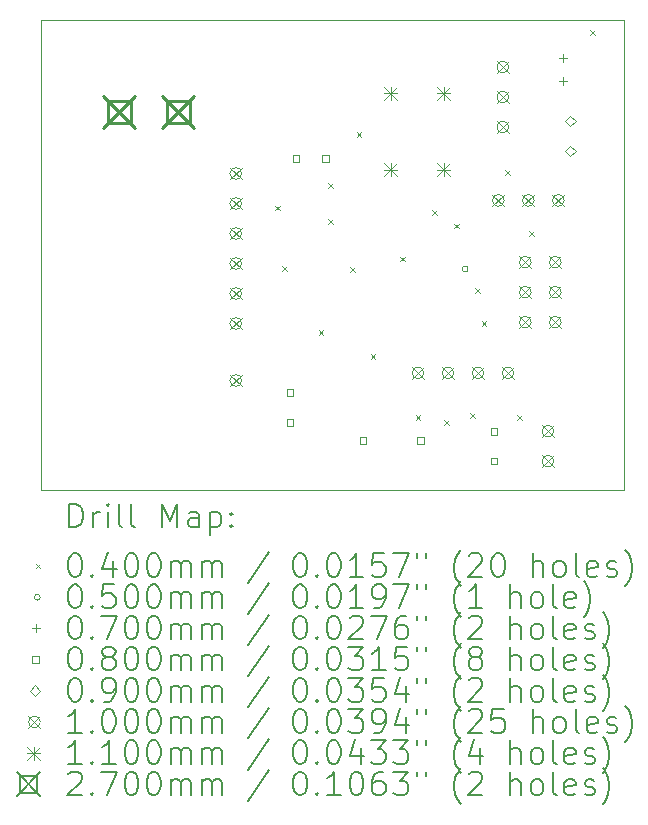
<source format=gbr>
%TF.GenerationSoftware,KiCad,Pcbnew,7.0.2*%
%TF.CreationDate,2023-09-01T19:51:02-07:00*%
%TF.ProjectId,mcu_singleside,6d63755f-7369-46e6-976c-65736964652e,rev?*%
%TF.SameCoordinates,Original*%
%TF.FileFunction,Drillmap*%
%TF.FilePolarity,Positive*%
%FSLAX45Y45*%
G04 Gerber Fmt 4.5, Leading zero omitted, Abs format (unit mm)*
G04 Created by KiCad (PCBNEW 7.0.2) date 2023-09-01 19:51:02*
%MOMM*%
%LPD*%
G01*
G04 APERTURE LIST*
%ADD10C,0.100000*%
%ADD11C,0.200000*%
%ADD12C,0.040000*%
%ADD13C,0.050000*%
%ADD14C,0.070000*%
%ADD15C,0.080000*%
%ADD16C,0.090000*%
%ADD17C,0.110000*%
%ADD18C,0.270000*%
G04 APERTURE END LIST*
D10*
X10147300Y-5435600D02*
X15087600Y-5435600D01*
X15087600Y-9409400D01*
X10147300Y-9409400D01*
X10147300Y-5435600D01*
D11*
D12*
X12133900Y-7003100D02*
X12173900Y-7043100D01*
X12173900Y-7003100D02*
X12133900Y-7043100D01*
X12192320Y-7513640D02*
X12232320Y-7553640D01*
X12232320Y-7513640D02*
X12192320Y-7553640D01*
X12500000Y-8060000D02*
X12540000Y-8100000D01*
X12540000Y-8060000D02*
X12500000Y-8100000D01*
X12578400Y-6812600D02*
X12618400Y-6852600D01*
X12618400Y-6812600D02*
X12578400Y-6852600D01*
X12578400Y-7117400D02*
X12618400Y-7157400D01*
X12618400Y-7117400D02*
X12578400Y-7157400D01*
X12768900Y-7523800D02*
X12808900Y-7563800D01*
X12808900Y-7523800D02*
X12768900Y-7563800D01*
X12820000Y-6380000D02*
X12860000Y-6420000D01*
X12860000Y-6380000D02*
X12820000Y-6420000D01*
X12940000Y-8260000D02*
X12980000Y-8300000D01*
X12980000Y-8260000D02*
X12940000Y-8300000D01*
X13188000Y-7434900D02*
X13228000Y-7474900D01*
X13228000Y-7434900D02*
X13188000Y-7474900D01*
X13320000Y-8780000D02*
X13360000Y-8820000D01*
X13360000Y-8780000D02*
X13320000Y-8820000D01*
X13460000Y-7040000D02*
X13500000Y-7080000D01*
X13500000Y-7040000D02*
X13460000Y-7080000D01*
X13560000Y-8820000D02*
X13600000Y-8860000D01*
X13600000Y-8820000D02*
X13560000Y-8860000D01*
X13645200Y-7155500D02*
X13685200Y-7195500D01*
X13685200Y-7155500D02*
X13645200Y-7195500D01*
X13780000Y-8760000D02*
X13820000Y-8800000D01*
X13820000Y-8760000D02*
X13780000Y-8800000D01*
X13823000Y-7701600D02*
X13863000Y-7741600D01*
X13863000Y-7701600D02*
X13823000Y-7741600D01*
X13880000Y-7980000D02*
X13920000Y-8020000D01*
X13920000Y-7980000D02*
X13880000Y-8020000D01*
X14080000Y-6700000D02*
X14120000Y-6740000D01*
X14120000Y-6700000D02*
X14080000Y-6740000D01*
X14180000Y-8780000D02*
X14220000Y-8820000D01*
X14220000Y-8780000D02*
X14180000Y-8820000D01*
X14280200Y-7219000D02*
X14320200Y-7259000D01*
X14320200Y-7219000D02*
X14280200Y-7259000D01*
X14800000Y-5520000D02*
X14840000Y-5560000D01*
X14840000Y-5520000D02*
X14800000Y-5560000D01*
D13*
X13765000Y-7540000D02*
G75*
G03*
X13765000Y-7540000I-25000J0D01*
G01*
D14*
X14566900Y-5720200D02*
X14566900Y-5790200D01*
X14531900Y-5755200D02*
X14601900Y-5755200D01*
X14566900Y-5910200D02*
X14566900Y-5980200D01*
X14531900Y-5945200D02*
X14601900Y-5945200D01*
D15*
X12283784Y-8615485D02*
X12283784Y-8558916D01*
X12227215Y-8558916D01*
X12227215Y-8615485D01*
X12283784Y-8615485D01*
X12283784Y-8865485D02*
X12283784Y-8808916D01*
X12227215Y-8808916D01*
X12227215Y-8865485D01*
X12283784Y-8865485D01*
X12336584Y-6632284D02*
X12336584Y-6575715D01*
X12280015Y-6575715D01*
X12280015Y-6632284D01*
X12336584Y-6632284D01*
X12586584Y-6632284D02*
X12586584Y-6575715D01*
X12530015Y-6575715D01*
X12530015Y-6632284D01*
X12586584Y-6632284D01*
X12902484Y-9017485D02*
X12902484Y-8960916D01*
X12845915Y-8960916D01*
X12845915Y-9017485D01*
X12902484Y-9017485D01*
X13390484Y-9017485D02*
X13390484Y-8960916D01*
X13333915Y-8960916D01*
X13333915Y-9017485D01*
X13390484Y-9017485D01*
X14011084Y-8943285D02*
X14011084Y-8886716D01*
X13954515Y-8886716D01*
X13954515Y-8943285D01*
X14011084Y-8943285D01*
X14011084Y-9193285D02*
X14011084Y-9136716D01*
X13954515Y-9136716D01*
X13954515Y-9193285D01*
X14011084Y-9193285D01*
D16*
X14630400Y-6331500D02*
X14675400Y-6286500D01*
X14630400Y-6241500D01*
X14585400Y-6286500D01*
X14630400Y-6331500D01*
X14630400Y-6585500D02*
X14675400Y-6540500D01*
X14630400Y-6495500D01*
X14585400Y-6540500D01*
X14630400Y-6585500D01*
D10*
X11748300Y-6681000D02*
X11848300Y-6781000D01*
X11848300Y-6681000D02*
X11748300Y-6781000D01*
X11848300Y-6731000D02*
G75*
G03*
X11848300Y-6731000I-50000J0D01*
G01*
X11748300Y-6935000D02*
X11848300Y-7035000D01*
X11848300Y-6935000D02*
X11748300Y-7035000D01*
X11848300Y-6985000D02*
G75*
G03*
X11848300Y-6985000I-50000J0D01*
G01*
X11748300Y-7189000D02*
X11848300Y-7289000D01*
X11848300Y-7189000D02*
X11748300Y-7289000D01*
X11848300Y-7239000D02*
G75*
G03*
X11848300Y-7239000I-50000J0D01*
G01*
X11748300Y-7443000D02*
X11848300Y-7543000D01*
X11848300Y-7443000D02*
X11748300Y-7543000D01*
X11848300Y-7493000D02*
G75*
G03*
X11848300Y-7493000I-50000J0D01*
G01*
X11748300Y-7697000D02*
X11848300Y-7797000D01*
X11848300Y-7697000D02*
X11748300Y-7797000D01*
X11848300Y-7747000D02*
G75*
G03*
X11848300Y-7747000I-50000J0D01*
G01*
X11748300Y-7951000D02*
X11848300Y-8051000D01*
X11848300Y-7951000D02*
X11748300Y-8051000D01*
X11848300Y-8001000D02*
G75*
G03*
X11848300Y-8001000I-50000J0D01*
G01*
X11748300Y-8433600D02*
X11848300Y-8533600D01*
X11848300Y-8433600D02*
X11748300Y-8533600D01*
X11848300Y-8483600D02*
G75*
G03*
X11848300Y-8483600I-50000J0D01*
G01*
X13290000Y-8370000D02*
X13390000Y-8470000D01*
X13390000Y-8370000D02*
X13290000Y-8470000D01*
X13390000Y-8420000D02*
G75*
G03*
X13390000Y-8420000I-50000J0D01*
G01*
X13544000Y-8370000D02*
X13644000Y-8470000D01*
X13644000Y-8370000D02*
X13544000Y-8470000D01*
X13644000Y-8420000D02*
G75*
G03*
X13644000Y-8420000I-50000J0D01*
G01*
X13798000Y-8370000D02*
X13898000Y-8470000D01*
X13898000Y-8370000D02*
X13798000Y-8470000D01*
X13898000Y-8420000D02*
G75*
G03*
X13898000Y-8420000I-50000J0D01*
G01*
X13970800Y-6909600D02*
X14070800Y-7009600D01*
X14070800Y-6909600D02*
X13970800Y-7009600D01*
X14070800Y-6959600D02*
G75*
G03*
X14070800Y-6959600I-50000J0D01*
G01*
X14008900Y-5779300D02*
X14108900Y-5879300D01*
X14108900Y-5779300D02*
X14008900Y-5879300D01*
X14108900Y-5829300D02*
G75*
G03*
X14108900Y-5829300I-50000J0D01*
G01*
X14008900Y-6033300D02*
X14108900Y-6133300D01*
X14108900Y-6033300D02*
X14008900Y-6133300D01*
X14108900Y-6083300D02*
G75*
G03*
X14108900Y-6083300I-50000J0D01*
G01*
X14008900Y-6287300D02*
X14108900Y-6387300D01*
X14108900Y-6287300D02*
X14008900Y-6387300D01*
X14108900Y-6337300D02*
G75*
G03*
X14108900Y-6337300I-50000J0D01*
G01*
X14052000Y-8370000D02*
X14152000Y-8470000D01*
X14152000Y-8370000D02*
X14052000Y-8470000D01*
X14152000Y-8420000D02*
G75*
G03*
X14152000Y-8420000I-50000J0D01*
G01*
X14198900Y-7431800D02*
X14298900Y-7531800D01*
X14298900Y-7431800D02*
X14198900Y-7531800D01*
X14298900Y-7481800D02*
G75*
G03*
X14298900Y-7481800I-50000J0D01*
G01*
X14198900Y-7685800D02*
X14298900Y-7785800D01*
X14298900Y-7685800D02*
X14198900Y-7785800D01*
X14298900Y-7735800D02*
G75*
G03*
X14298900Y-7735800I-50000J0D01*
G01*
X14198900Y-7939800D02*
X14298900Y-8039800D01*
X14298900Y-7939800D02*
X14198900Y-8039800D01*
X14298900Y-7989800D02*
G75*
G03*
X14298900Y-7989800I-50000J0D01*
G01*
X14224800Y-6909600D02*
X14324800Y-7009600D01*
X14324800Y-6909600D02*
X14224800Y-7009600D01*
X14324800Y-6959600D02*
G75*
G03*
X14324800Y-6959600I-50000J0D01*
G01*
X14390000Y-8862500D02*
X14490000Y-8962500D01*
X14490000Y-8862500D02*
X14390000Y-8962500D01*
X14490000Y-8912500D02*
G75*
G03*
X14490000Y-8912500I-50000J0D01*
G01*
X14390000Y-9116500D02*
X14490000Y-9216500D01*
X14490000Y-9116500D02*
X14390000Y-9216500D01*
X14490000Y-9166500D02*
G75*
G03*
X14490000Y-9166500I-50000J0D01*
G01*
X14452900Y-7431800D02*
X14552900Y-7531800D01*
X14552900Y-7431800D02*
X14452900Y-7531800D01*
X14552900Y-7481800D02*
G75*
G03*
X14552900Y-7481800I-50000J0D01*
G01*
X14452900Y-7685800D02*
X14552900Y-7785800D01*
X14552900Y-7685800D02*
X14452900Y-7785800D01*
X14552900Y-7735800D02*
G75*
G03*
X14552900Y-7735800I-50000J0D01*
G01*
X14452900Y-7939800D02*
X14552900Y-8039800D01*
X14552900Y-7939800D02*
X14452900Y-8039800D01*
X14552900Y-7989800D02*
G75*
G03*
X14552900Y-7989800I-50000J0D01*
G01*
X14478800Y-6909600D02*
X14578800Y-7009600D01*
X14578800Y-6909600D02*
X14478800Y-7009600D01*
X14578800Y-6959600D02*
G75*
G03*
X14578800Y-6959600I-50000J0D01*
G01*
D17*
X13055000Y-5995400D02*
X13165000Y-6105400D01*
X13165000Y-5995400D02*
X13055000Y-6105400D01*
X13110000Y-5995400D02*
X13110000Y-6105400D01*
X13055000Y-6050400D02*
X13165000Y-6050400D01*
X13055000Y-6645400D02*
X13165000Y-6755400D01*
X13165000Y-6645400D02*
X13055000Y-6755400D01*
X13110000Y-6645400D02*
X13110000Y-6755400D01*
X13055000Y-6700400D02*
X13165000Y-6700400D01*
X13505000Y-5995400D02*
X13615000Y-6105400D01*
X13615000Y-5995400D02*
X13505000Y-6105400D01*
X13560000Y-5995400D02*
X13560000Y-6105400D01*
X13505000Y-6050400D02*
X13615000Y-6050400D01*
X13505000Y-6645400D02*
X13615000Y-6755400D01*
X13615000Y-6645400D02*
X13505000Y-6755400D01*
X13560000Y-6645400D02*
X13560000Y-6755400D01*
X13505000Y-6700400D02*
X13615000Y-6700400D01*
D18*
X10676700Y-6075300D02*
X10946700Y-6345300D01*
X10946700Y-6075300D02*
X10676700Y-6345300D01*
X10907160Y-6305760D02*
X10907160Y-6114840D01*
X10716240Y-6114840D01*
X10716240Y-6305760D01*
X10907160Y-6305760D01*
X11176700Y-6075300D02*
X11446700Y-6345300D01*
X11446700Y-6075300D02*
X11176700Y-6345300D01*
X11407160Y-6305760D02*
X11407160Y-6114840D01*
X11216240Y-6114840D01*
X11216240Y-6305760D01*
X11407160Y-6305760D01*
D11*
X10389919Y-9726924D02*
X10389919Y-9526924D01*
X10389919Y-9526924D02*
X10437538Y-9526924D01*
X10437538Y-9526924D02*
X10466110Y-9536448D01*
X10466110Y-9536448D02*
X10485157Y-9555495D01*
X10485157Y-9555495D02*
X10494681Y-9574543D01*
X10494681Y-9574543D02*
X10504205Y-9612638D01*
X10504205Y-9612638D02*
X10504205Y-9641210D01*
X10504205Y-9641210D02*
X10494681Y-9679305D01*
X10494681Y-9679305D02*
X10485157Y-9698352D01*
X10485157Y-9698352D02*
X10466110Y-9717400D01*
X10466110Y-9717400D02*
X10437538Y-9726924D01*
X10437538Y-9726924D02*
X10389919Y-9726924D01*
X10589919Y-9726924D02*
X10589919Y-9593590D01*
X10589919Y-9631686D02*
X10599443Y-9612638D01*
X10599443Y-9612638D02*
X10608967Y-9603114D01*
X10608967Y-9603114D02*
X10628014Y-9593590D01*
X10628014Y-9593590D02*
X10647062Y-9593590D01*
X10713729Y-9726924D02*
X10713729Y-9593590D01*
X10713729Y-9526924D02*
X10704205Y-9536448D01*
X10704205Y-9536448D02*
X10713729Y-9545971D01*
X10713729Y-9545971D02*
X10723252Y-9536448D01*
X10723252Y-9536448D02*
X10713729Y-9526924D01*
X10713729Y-9526924D02*
X10713729Y-9545971D01*
X10837538Y-9726924D02*
X10818490Y-9717400D01*
X10818490Y-9717400D02*
X10808967Y-9698352D01*
X10808967Y-9698352D02*
X10808967Y-9526924D01*
X10942300Y-9726924D02*
X10923252Y-9717400D01*
X10923252Y-9717400D02*
X10913729Y-9698352D01*
X10913729Y-9698352D02*
X10913729Y-9526924D01*
X11170871Y-9726924D02*
X11170871Y-9526924D01*
X11170871Y-9526924D02*
X11237538Y-9669781D01*
X11237538Y-9669781D02*
X11304205Y-9526924D01*
X11304205Y-9526924D02*
X11304205Y-9726924D01*
X11485157Y-9726924D02*
X11485157Y-9622162D01*
X11485157Y-9622162D02*
X11475633Y-9603114D01*
X11475633Y-9603114D02*
X11456586Y-9593590D01*
X11456586Y-9593590D02*
X11418490Y-9593590D01*
X11418490Y-9593590D02*
X11399443Y-9603114D01*
X11485157Y-9717400D02*
X11466109Y-9726924D01*
X11466109Y-9726924D02*
X11418490Y-9726924D01*
X11418490Y-9726924D02*
X11399443Y-9717400D01*
X11399443Y-9717400D02*
X11389919Y-9698352D01*
X11389919Y-9698352D02*
X11389919Y-9679305D01*
X11389919Y-9679305D02*
X11399443Y-9660257D01*
X11399443Y-9660257D02*
X11418490Y-9650733D01*
X11418490Y-9650733D02*
X11466109Y-9650733D01*
X11466109Y-9650733D02*
X11485157Y-9641210D01*
X11580395Y-9593590D02*
X11580395Y-9793590D01*
X11580395Y-9603114D02*
X11599443Y-9593590D01*
X11599443Y-9593590D02*
X11637538Y-9593590D01*
X11637538Y-9593590D02*
X11656586Y-9603114D01*
X11656586Y-9603114D02*
X11666109Y-9612638D01*
X11666109Y-9612638D02*
X11675633Y-9631686D01*
X11675633Y-9631686D02*
X11675633Y-9688829D01*
X11675633Y-9688829D02*
X11666109Y-9707876D01*
X11666109Y-9707876D02*
X11656586Y-9717400D01*
X11656586Y-9717400D02*
X11637538Y-9726924D01*
X11637538Y-9726924D02*
X11599443Y-9726924D01*
X11599443Y-9726924D02*
X11580395Y-9717400D01*
X11761348Y-9707876D02*
X11770871Y-9717400D01*
X11770871Y-9717400D02*
X11761348Y-9726924D01*
X11761348Y-9726924D02*
X11751824Y-9717400D01*
X11751824Y-9717400D02*
X11761348Y-9707876D01*
X11761348Y-9707876D02*
X11761348Y-9726924D01*
X11761348Y-9603114D02*
X11770871Y-9612638D01*
X11770871Y-9612638D02*
X11761348Y-9622162D01*
X11761348Y-9622162D02*
X11751824Y-9612638D01*
X11751824Y-9612638D02*
X11761348Y-9603114D01*
X11761348Y-9603114D02*
X11761348Y-9622162D01*
D12*
X10102300Y-10034400D02*
X10142300Y-10074400D01*
X10142300Y-10034400D02*
X10102300Y-10074400D01*
D11*
X10428014Y-9946924D02*
X10447062Y-9946924D01*
X10447062Y-9946924D02*
X10466110Y-9956448D01*
X10466110Y-9956448D02*
X10475633Y-9965971D01*
X10475633Y-9965971D02*
X10485157Y-9985019D01*
X10485157Y-9985019D02*
X10494681Y-10023114D01*
X10494681Y-10023114D02*
X10494681Y-10070733D01*
X10494681Y-10070733D02*
X10485157Y-10108829D01*
X10485157Y-10108829D02*
X10475633Y-10127876D01*
X10475633Y-10127876D02*
X10466110Y-10137400D01*
X10466110Y-10137400D02*
X10447062Y-10146924D01*
X10447062Y-10146924D02*
X10428014Y-10146924D01*
X10428014Y-10146924D02*
X10408967Y-10137400D01*
X10408967Y-10137400D02*
X10399443Y-10127876D01*
X10399443Y-10127876D02*
X10389919Y-10108829D01*
X10389919Y-10108829D02*
X10380395Y-10070733D01*
X10380395Y-10070733D02*
X10380395Y-10023114D01*
X10380395Y-10023114D02*
X10389919Y-9985019D01*
X10389919Y-9985019D02*
X10399443Y-9965971D01*
X10399443Y-9965971D02*
X10408967Y-9956448D01*
X10408967Y-9956448D02*
X10428014Y-9946924D01*
X10580395Y-10127876D02*
X10589919Y-10137400D01*
X10589919Y-10137400D02*
X10580395Y-10146924D01*
X10580395Y-10146924D02*
X10570871Y-10137400D01*
X10570871Y-10137400D02*
X10580395Y-10127876D01*
X10580395Y-10127876D02*
X10580395Y-10146924D01*
X10761348Y-10013590D02*
X10761348Y-10146924D01*
X10713729Y-9937400D02*
X10666110Y-10080257D01*
X10666110Y-10080257D02*
X10789919Y-10080257D01*
X10904205Y-9946924D02*
X10923252Y-9946924D01*
X10923252Y-9946924D02*
X10942300Y-9956448D01*
X10942300Y-9956448D02*
X10951824Y-9965971D01*
X10951824Y-9965971D02*
X10961348Y-9985019D01*
X10961348Y-9985019D02*
X10970871Y-10023114D01*
X10970871Y-10023114D02*
X10970871Y-10070733D01*
X10970871Y-10070733D02*
X10961348Y-10108829D01*
X10961348Y-10108829D02*
X10951824Y-10127876D01*
X10951824Y-10127876D02*
X10942300Y-10137400D01*
X10942300Y-10137400D02*
X10923252Y-10146924D01*
X10923252Y-10146924D02*
X10904205Y-10146924D01*
X10904205Y-10146924D02*
X10885157Y-10137400D01*
X10885157Y-10137400D02*
X10875633Y-10127876D01*
X10875633Y-10127876D02*
X10866110Y-10108829D01*
X10866110Y-10108829D02*
X10856586Y-10070733D01*
X10856586Y-10070733D02*
X10856586Y-10023114D01*
X10856586Y-10023114D02*
X10866110Y-9985019D01*
X10866110Y-9985019D02*
X10875633Y-9965971D01*
X10875633Y-9965971D02*
X10885157Y-9956448D01*
X10885157Y-9956448D02*
X10904205Y-9946924D01*
X11094681Y-9946924D02*
X11113729Y-9946924D01*
X11113729Y-9946924D02*
X11132776Y-9956448D01*
X11132776Y-9956448D02*
X11142300Y-9965971D01*
X11142300Y-9965971D02*
X11151824Y-9985019D01*
X11151824Y-9985019D02*
X11161348Y-10023114D01*
X11161348Y-10023114D02*
X11161348Y-10070733D01*
X11161348Y-10070733D02*
X11151824Y-10108829D01*
X11151824Y-10108829D02*
X11142300Y-10127876D01*
X11142300Y-10127876D02*
X11132776Y-10137400D01*
X11132776Y-10137400D02*
X11113729Y-10146924D01*
X11113729Y-10146924D02*
X11094681Y-10146924D01*
X11094681Y-10146924D02*
X11075633Y-10137400D01*
X11075633Y-10137400D02*
X11066110Y-10127876D01*
X11066110Y-10127876D02*
X11056586Y-10108829D01*
X11056586Y-10108829D02*
X11047062Y-10070733D01*
X11047062Y-10070733D02*
X11047062Y-10023114D01*
X11047062Y-10023114D02*
X11056586Y-9985019D01*
X11056586Y-9985019D02*
X11066110Y-9965971D01*
X11066110Y-9965971D02*
X11075633Y-9956448D01*
X11075633Y-9956448D02*
X11094681Y-9946924D01*
X11247062Y-10146924D02*
X11247062Y-10013590D01*
X11247062Y-10032638D02*
X11256586Y-10023114D01*
X11256586Y-10023114D02*
X11275633Y-10013590D01*
X11275633Y-10013590D02*
X11304205Y-10013590D01*
X11304205Y-10013590D02*
X11323252Y-10023114D01*
X11323252Y-10023114D02*
X11332776Y-10042162D01*
X11332776Y-10042162D02*
X11332776Y-10146924D01*
X11332776Y-10042162D02*
X11342300Y-10023114D01*
X11342300Y-10023114D02*
X11361348Y-10013590D01*
X11361348Y-10013590D02*
X11389919Y-10013590D01*
X11389919Y-10013590D02*
X11408967Y-10023114D01*
X11408967Y-10023114D02*
X11418490Y-10042162D01*
X11418490Y-10042162D02*
X11418490Y-10146924D01*
X11513729Y-10146924D02*
X11513729Y-10013590D01*
X11513729Y-10032638D02*
X11523252Y-10023114D01*
X11523252Y-10023114D02*
X11542300Y-10013590D01*
X11542300Y-10013590D02*
X11570871Y-10013590D01*
X11570871Y-10013590D02*
X11589919Y-10023114D01*
X11589919Y-10023114D02*
X11599443Y-10042162D01*
X11599443Y-10042162D02*
X11599443Y-10146924D01*
X11599443Y-10042162D02*
X11608967Y-10023114D01*
X11608967Y-10023114D02*
X11628014Y-10013590D01*
X11628014Y-10013590D02*
X11656586Y-10013590D01*
X11656586Y-10013590D02*
X11675633Y-10023114D01*
X11675633Y-10023114D02*
X11685157Y-10042162D01*
X11685157Y-10042162D02*
X11685157Y-10146924D01*
X12075633Y-9937400D02*
X11904205Y-10194543D01*
X12332776Y-9946924D02*
X12351824Y-9946924D01*
X12351824Y-9946924D02*
X12370872Y-9956448D01*
X12370872Y-9956448D02*
X12380395Y-9965971D01*
X12380395Y-9965971D02*
X12389919Y-9985019D01*
X12389919Y-9985019D02*
X12399443Y-10023114D01*
X12399443Y-10023114D02*
X12399443Y-10070733D01*
X12399443Y-10070733D02*
X12389919Y-10108829D01*
X12389919Y-10108829D02*
X12380395Y-10127876D01*
X12380395Y-10127876D02*
X12370872Y-10137400D01*
X12370872Y-10137400D02*
X12351824Y-10146924D01*
X12351824Y-10146924D02*
X12332776Y-10146924D01*
X12332776Y-10146924D02*
X12313729Y-10137400D01*
X12313729Y-10137400D02*
X12304205Y-10127876D01*
X12304205Y-10127876D02*
X12294681Y-10108829D01*
X12294681Y-10108829D02*
X12285157Y-10070733D01*
X12285157Y-10070733D02*
X12285157Y-10023114D01*
X12285157Y-10023114D02*
X12294681Y-9985019D01*
X12294681Y-9985019D02*
X12304205Y-9965971D01*
X12304205Y-9965971D02*
X12313729Y-9956448D01*
X12313729Y-9956448D02*
X12332776Y-9946924D01*
X12485157Y-10127876D02*
X12494681Y-10137400D01*
X12494681Y-10137400D02*
X12485157Y-10146924D01*
X12485157Y-10146924D02*
X12475633Y-10137400D01*
X12475633Y-10137400D02*
X12485157Y-10127876D01*
X12485157Y-10127876D02*
X12485157Y-10146924D01*
X12618491Y-9946924D02*
X12637538Y-9946924D01*
X12637538Y-9946924D02*
X12656586Y-9956448D01*
X12656586Y-9956448D02*
X12666110Y-9965971D01*
X12666110Y-9965971D02*
X12675633Y-9985019D01*
X12675633Y-9985019D02*
X12685157Y-10023114D01*
X12685157Y-10023114D02*
X12685157Y-10070733D01*
X12685157Y-10070733D02*
X12675633Y-10108829D01*
X12675633Y-10108829D02*
X12666110Y-10127876D01*
X12666110Y-10127876D02*
X12656586Y-10137400D01*
X12656586Y-10137400D02*
X12637538Y-10146924D01*
X12637538Y-10146924D02*
X12618491Y-10146924D01*
X12618491Y-10146924D02*
X12599443Y-10137400D01*
X12599443Y-10137400D02*
X12589919Y-10127876D01*
X12589919Y-10127876D02*
X12580395Y-10108829D01*
X12580395Y-10108829D02*
X12570872Y-10070733D01*
X12570872Y-10070733D02*
X12570872Y-10023114D01*
X12570872Y-10023114D02*
X12580395Y-9985019D01*
X12580395Y-9985019D02*
X12589919Y-9965971D01*
X12589919Y-9965971D02*
X12599443Y-9956448D01*
X12599443Y-9956448D02*
X12618491Y-9946924D01*
X12875633Y-10146924D02*
X12761348Y-10146924D01*
X12818491Y-10146924D02*
X12818491Y-9946924D01*
X12818491Y-9946924D02*
X12799443Y-9975495D01*
X12799443Y-9975495D02*
X12780395Y-9994543D01*
X12780395Y-9994543D02*
X12761348Y-10004067D01*
X13056586Y-9946924D02*
X12961348Y-9946924D01*
X12961348Y-9946924D02*
X12951824Y-10042162D01*
X12951824Y-10042162D02*
X12961348Y-10032638D01*
X12961348Y-10032638D02*
X12980395Y-10023114D01*
X12980395Y-10023114D02*
X13028014Y-10023114D01*
X13028014Y-10023114D02*
X13047062Y-10032638D01*
X13047062Y-10032638D02*
X13056586Y-10042162D01*
X13056586Y-10042162D02*
X13066110Y-10061210D01*
X13066110Y-10061210D02*
X13066110Y-10108829D01*
X13066110Y-10108829D02*
X13056586Y-10127876D01*
X13056586Y-10127876D02*
X13047062Y-10137400D01*
X13047062Y-10137400D02*
X13028014Y-10146924D01*
X13028014Y-10146924D02*
X12980395Y-10146924D01*
X12980395Y-10146924D02*
X12961348Y-10137400D01*
X12961348Y-10137400D02*
X12951824Y-10127876D01*
X13132776Y-9946924D02*
X13266110Y-9946924D01*
X13266110Y-9946924D02*
X13180395Y-10146924D01*
X13332776Y-9946924D02*
X13332776Y-9985019D01*
X13408967Y-9946924D02*
X13408967Y-9985019D01*
X13704205Y-10223114D02*
X13694681Y-10213590D01*
X13694681Y-10213590D02*
X13675634Y-10185019D01*
X13675634Y-10185019D02*
X13666110Y-10165971D01*
X13666110Y-10165971D02*
X13656586Y-10137400D01*
X13656586Y-10137400D02*
X13647062Y-10089781D01*
X13647062Y-10089781D02*
X13647062Y-10051686D01*
X13647062Y-10051686D02*
X13656586Y-10004067D01*
X13656586Y-10004067D02*
X13666110Y-9975495D01*
X13666110Y-9975495D02*
X13675634Y-9956448D01*
X13675634Y-9956448D02*
X13694681Y-9927876D01*
X13694681Y-9927876D02*
X13704205Y-9918352D01*
X13770872Y-9965971D02*
X13780395Y-9956448D01*
X13780395Y-9956448D02*
X13799443Y-9946924D01*
X13799443Y-9946924D02*
X13847062Y-9946924D01*
X13847062Y-9946924D02*
X13866110Y-9956448D01*
X13866110Y-9956448D02*
X13875634Y-9965971D01*
X13875634Y-9965971D02*
X13885157Y-9985019D01*
X13885157Y-9985019D02*
X13885157Y-10004067D01*
X13885157Y-10004067D02*
X13875634Y-10032638D01*
X13875634Y-10032638D02*
X13761348Y-10146924D01*
X13761348Y-10146924D02*
X13885157Y-10146924D01*
X14008967Y-9946924D02*
X14028015Y-9946924D01*
X14028015Y-9946924D02*
X14047062Y-9956448D01*
X14047062Y-9956448D02*
X14056586Y-9965971D01*
X14056586Y-9965971D02*
X14066110Y-9985019D01*
X14066110Y-9985019D02*
X14075634Y-10023114D01*
X14075634Y-10023114D02*
X14075634Y-10070733D01*
X14075634Y-10070733D02*
X14066110Y-10108829D01*
X14066110Y-10108829D02*
X14056586Y-10127876D01*
X14056586Y-10127876D02*
X14047062Y-10137400D01*
X14047062Y-10137400D02*
X14028015Y-10146924D01*
X14028015Y-10146924D02*
X14008967Y-10146924D01*
X14008967Y-10146924D02*
X13989919Y-10137400D01*
X13989919Y-10137400D02*
X13980395Y-10127876D01*
X13980395Y-10127876D02*
X13970872Y-10108829D01*
X13970872Y-10108829D02*
X13961348Y-10070733D01*
X13961348Y-10070733D02*
X13961348Y-10023114D01*
X13961348Y-10023114D02*
X13970872Y-9985019D01*
X13970872Y-9985019D02*
X13980395Y-9965971D01*
X13980395Y-9965971D02*
X13989919Y-9956448D01*
X13989919Y-9956448D02*
X14008967Y-9946924D01*
X14313729Y-10146924D02*
X14313729Y-9946924D01*
X14399443Y-10146924D02*
X14399443Y-10042162D01*
X14399443Y-10042162D02*
X14389919Y-10023114D01*
X14389919Y-10023114D02*
X14370872Y-10013590D01*
X14370872Y-10013590D02*
X14342300Y-10013590D01*
X14342300Y-10013590D02*
X14323253Y-10023114D01*
X14323253Y-10023114D02*
X14313729Y-10032638D01*
X14523253Y-10146924D02*
X14504205Y-10137400D01*
X14504205Y-10137400D02*
X14494681Y-10127876D01*
X14494681Y-10127876D02*
X14485157Y-10108829D01*
X14485157Y-10108829D02*
X14485157Y-10051686D01*
X14485157Y-10051686D02*
X14494681Y-10032638D01*
X14494681Y-10032638D02*
X14504205Y-10023114D01*
X14504205Y-10023114D02*
X14523253Y-10013590D01*
X14523253Y-10013590D02*
X14551824Y-10013590D01*
X14551824Y-10013590D02*
X14570872Y-10023114D01*
X14570872Y-10023114D02*
X14580396Y-10032638D01*
X14580396Y-10032638D02*
X14589919Y-10051686D01*
X14589919Y-10051686D02*
X14589919Y-10108829D01*
X14589919Y-10108829D02*
X14580396Y-10127876D01*
X14580396Y-10127876D02*
X14570872Y-10137400D01*
X14570872Y-10137400D02*
X14551824Y-10146924D01*
X14551824Y-10146924D02*
X14523253Y-10146924D01*
X14704205Y-10146924D02*
X14685157Y-10137400D01*
X14685157Y-10137400D02*
X14675634Y-10118352D01*
X14675634Y-10118352D02*
X14675634Y-9946924D01*
X14856586Y-10137400D02*
X14837538Y-10146924D01*
X14837538Y-10146924D02*
X14799443Y-10146924D01*
X14799443Y-10146924D02*
X14780396Y-10137400D01*
X14780396Y-10137400D02*
X14770872Y-10118352D01*
X14770872Y-10118352D02*
X14770872Y-10042162D01*
X14770872Y-10042162D02*
X14780396Y-10023114D01*
X14780396Y-10023114D02*
X14799443Y-10013590D01*
X14799443Y-10013590D02*
X14837538Y-10013590D01*
X14837538Y-10013590D02*
X14856586Y-10023114D01*
X14856586Y-10023114D02*
X14866110Y-10042162D01*
X14866110Y-10042162D02*
X14866110Y-10061210D01*
X14866110Y-10061210D02*
X14770872Y-10080257D01*
X14942300Y-10137400D02*
X14961348Y-10146924D01*
X14961348Y-10146924D02*
X14999443Y-10146924D01*
X14999443Y-10146924D02*
X15018491Y-10137400D01*
X15018491Y-10137400D02*
X15028015Y-10118352D01*
X15028015Y-10118352D02*
X15028015Y-10108829D01*
X15028015Y-10108829D02*
X15018491Y-10089781D01*
X15018491Y-10089781D02*
X14999443Y-10080257D01*
X14999443Y-10080257D02*
X14970872Y-10080257D01*
X14970872Y-10080257D02*
X14951824Y-10070733D01*
X14951824Y-10070733D02*
X14942300Y-10051686D01*
X14942300Y-10051686D02*
X14942300Y-10042162D01*
X14942300Y-10042162D02*
X14951824Y-10023114D01*
X14951824Y-10023114D02*
X14970872Y-10013590D01*
X14970872Y-10013590D02*
X14999443Y-10013590D01*
X14999443Y-10013590D02*
X15018491Y-10023114D01*
X15094681Y-10223114D02*
X15104205Y-10213590D01*
X15104205Y-10213590D02*
X15123253Y-10185019D01*
X15123253Y-10185019D02*
X15132777Y-10165971D01*
X15132777Y-10165971D02*
X15142300Y-10137400D01*
X15142300Y-10137400D02*
X15151824Y-10089781D01*
X15151824Y-10089781D02*
X15151824Y-10051686D01*
X15151824Y-10051686D02*
X15142300Y-10004067D01*
X15142300Y-10004067D02*
X15132777Y-9975495D01*
X15132777Y-9975495D02*
X15123253Y-9956448D01*
X15123253Y-9956448D02*
X15104205Y-9927876D01*
X15104205Y-9927876D02*
X15094681Y-9918352D01*
D13*
X10142300Y-10318400D02*
G75*
G03*
X10142300Y-10318400I-25000J0D01*
G01*
D11*
X10428014Y-10210924D02*
X10447062Y-10210924D01*
X10447062Y-10210924D02*
X10466110Y-10220448D01*
X10466110Y-10220448D02*
X10475633Y-10229971D01*
X10475633Y-10229971D02*
X10485157Y-10249019D01*
X10485157Y-10249019D02*
X10494681Y-10287114D01*
X10494681Y-10287114D02*
X10494681Y-10334733D01*
X10494681Y-10334733D02*
X10485157Y-10372829D01*
X10485157Y-10372829D02*
X10475633Y-10391876D01*
X10475633Y-10391876D02*
X10466110Y-10401400D01*
X10466110Y-10401400D02*
X10447062Y-10410924D01*
X10447062Y-10410924D02*
X10428014Y-10410924D01*
X10428014Y-10410924D02*
X10408967Y-10401400D01*
X10408967Y-10401400D02*
X10399443Y-10391876D01*
X10399443Y-10391876D02*
X10389919Y-10372829D01*
X10389919Y-10372829D02*
X10380395Y-10334733D01*
X10380395Y-10334733D02*
X10380395Y-10287114D01*
X10380395Y-10287114D02*
X10389919Y-10249019D01*
X10389919Y-10249019D02*
X10399443Y-10229971D01*
X10399443Y-10229971D02*
X10408967Y-10220448D01*
X10408967Y-10220448D02*
X10428014Y-10210924D01*
X10580395Y-10391876D02*
X10589919Y-10401400D01*
X10589919Y-10401400D02*
X10580395Y-10410924D01*
X10580395Y-10410924D02*
X10570871Y-10401400D01*
X10570871Y-10401400D02*
X10580395Y-10391876D01*
X10580395Y-10391876D02*
X10580395Y-10410924D01*
X10770871Y-10210924D02*
X10675633Y-10210924D01*
X10675633Y-10210924D02*
X10666110Y-10306162D01*
X10666110Y-10306162D02*
X10675633Y-10296638D01*
X10675633Y-10296638D02*
X10694681Y-10287114D01*
X10694681Y-10287114D02*
X10742300Y-10287114D01*
X10742300Y-10287114D02*
X10761348Y-10296638D01*
X10761348Y-10296638D02*
X10770871Y-10306162D01*
X10770871Y-10306162D02*
X10780395Y-10325210D01*
X10780395Y-10325210D02*
X10780395Y-10372829D01*
X10780395Y-10372829D02*
X10770871Y-10391876D01*
X10770871Y-10391876D02*
X10761348Y-10401400D01*
X10761348Y-10401400D02*
X10742300Y-10410924D01*
X10742300Y-10410924D02*
X10694681Y-10410924D01*
X10694681Y-10410924D02*
X10675633Y-10401400D01*
X10675633Y-10401400D02*
X10666110Y-10391876D01*
X10904205Y-10210924D02*
X10923252Y-10210924D01*
X10923252Y-10210924D02*
X10942300Y-10220448D01*
X10942300Y-10220448D02*
X10951824Y-10229971D01*
X10951824Y-10229971D02*
X10961348Y-10249019D01*
X10961348Y-10249019D02*
X10970871Y-10287114D01*
X10970871Y-10287114D02*
X10970871Y-10334733D01*
X10970871Y-10334733D02*
X10961348Y-10372829D01*
X10961348Y-10372829D02*
X10951824Y-10391876D01*
X10951824Y-10391876D02*
X10942300Y-10401400D01*
X10942300Y-10401400D02*
X10923252Y-10410924D01*
X10923252Y-10410924D02*
X10904205Y-10410924D01*
X10904205Y-10410924D02*
X10885157Y-10401400D01*
X10885157Y-10401400D02*
X10875633Y-10391876D01*
X10875633Y-10391876D02*
X10866110Y-10372829D01*
X10866110Y-10372829D02*
X10856586Y-10334733D01*
X10856586Y-10334733D02*
X10856586Y-10287114D01*
X10856586Y-10287114D02*
X10866110Y-10249019D01*
X10866110Y-10249019D02*
X10875633Y-10229971D01*
X10875633Y-10229971D02*
X10885157Y-10220448D01*
X10885157Y-10220448D02*
X10904205Y-10210924D01*
X11094681Y-10210924D02*
X11113729Y-10210924D01*
X11113729Y-10210924D02*
X11132776Y-10220448D01*
X11132776Y-10220448D02*
X11142300Y-10229971D01*
X11142300Y-10229971D02*
X11151824Y-10249019D01*
X11151824Y-10249019D02*
X11161348Y-10287114D01*
X11161348Y-10287114D02*
X11161348Y-10334733D01*
X11161348Y-10334733D02*
X11151824Y-10372829D01*
X11151824Y-10372829D02*
X11142300Y-10391876D01*
X11142300Y-10391876D02*
X11132776Y-10401400D01*
X11132776Y-10401400D02*
X11113729Y-10410924D01*
X11113729Y-10410924D02*
X11094681Y-10410924D01*
X11094681Y-10410924D02*
X11075633Y-10401400D01*
X11075633Y-10401400D02*
X11066110Y-10391876D01*
X11066110Y-10391876D02*
X11056586Y-10372829D01*
X11056586Y-10372829D02*
X11047062Y-10334733D01*
X11047062Y-10334733D02*
X11047062Y-10287114D01*
X11047062Y-10287114D02*
X11056586Y-10249019D01*
X11056586Y-10249019D02*
X11066110Y-10229971D01*
X11066110Y-10229971D02*
X11075633Y-10220448D01*
X11075633Y-10220448D02*
X11094681Y-10210924D01*
X11247062Y-10410924D02*
X11247062Y-10277590D01*
X11247062Y-10296638D02*
X11256586Y-10287114D01*
X11256586Y-10287114D02*
X11275633Y-10277590D01*
X11275633Y-10277590D02*
X11304205Y-10277590D01*
X11304205Y-10277590D02*
X11323252Y-10287114D01*
X11323252Y-10287114D02*
X11332776Y-10306162D01*
X11332776Y-10306162D02*
X11332776Y-10410924D01*
X11332776Y-10306162D02*
X11342300Y-10287114D01*
X11342300Y-10287114D02*
X11361348Y-10277590D01*
X11361348Y-10277590D02*
X11389919Y-10277590D01*
X11389919Y-10277590D02*
X11408967Y-10287114D01*
X11408967Y-10287114D02*
X11418490Y-10306162D01*
X11418490Y-10306162D02*
X11418490Y-10410924D01*
X11513729Y-10410924D02*
X11513729Y-10277590D01*
X11513729Y-10296638D02*
X11523252Y-10287114D01*
X11523252Y-10287114D02*
X11542300Y-10277590D01*
X11542300Y-10277590D02*
X11570871Y-10277590D01*
X11570871Y-10277590D02*
X11589919Y-10287114D01*
X11589919Y-10287114D02*
X11599443Y-10306162D01*
X11599443Y-10306162D02*
X11599443Y-10410924D01*
X11599443Y-10306162D02*
X11608967Y-10287114D01*
X11608967Y-10287114D02*
X11628014Y-10277590D01*
X11628014Y-10277590D02*
X11656586Y-10277590D01*
X11656586Y-10277590D02*
X11675633Y-10287114D01*
X11675633Y-10287114D02*
X11685157Y-10306162D01*
X11685157Y-10306162D02*
X11685157Y-10410924D01*
X12075633Y-10201400D02*
X11904205Y-10458543D01*
X12332776Y-10210924D02*
X12351824Y-10210924D01*
X12351824Y-10210924D02*
X12370872Y-10220448D01*
X12370872Y-10220448D02*
X12380395Y-10229971D01*
X12380395Y-10229971D02*
X12389919Y-10249019D01*
X12389919Y-10249019D02*
X12399443Y-10287114D01*
X12399443Y-10287114D02*
X12399443Y-10334733D01*
X12399443Y-10334733D02*
X12389919Y-10372829D01*
X12389919Y-10372829D02*
X12380395Y-10391876D01*
X12380395Y-10391876D02*
X12370872Y-10401400D01*
X12370872Y-10401400D02*
X12351824Y-10410924D01*
X12351824Y-10410924D02*
X12332776Y-10410924D01*
X12332776Y-10410924D02*
X12313729Y-10401400D01*
X12313729Y-10401400D02*
X12304205Y-10391876D01*
X12304205Y-10391876D02*
X12294681Y-10372829D01*
X12294681Y-10372829D02*
X12285157Y-10334733D01*
X12285157Y-10334733D02*
X12285157Y-10287114D01*
X12285157Y-10287114D02*
X12294681Y-10249019D01*
X12294681Y-10249019D02*
X12304205Y-10229971D01*
X12304205Y-10229971D02*
X12313729Y-10220448D01*
X12313729Y-10220448D02*
X12332776Y-10210924D01*
X12485157Y-10391876D02*
X12494681Y-10401400D01*
X12494681Y-10401400D02*
X12485157Y-10410924D01*
X12485157Y-10410924D02*
X12475633Y-10401400D01*
X12475633Y-10401400D02*
X12485157Y-10391876D01*
X12485157Y-10391876D02*
X12485157Y-10410924D01*
X12618491Y-10210924D02*
X12637538Y-10210924D01*
X12637538Y-10210924D02*
X12656586Y-10220448D01*
X12656586Y-10220448D02*
X12666110Y-10229971D01*
X12666110Y-10229971D02*
X12675633Y-10249019D01*
X12675633Y-10249019D02*
X12685157Y-10287114D01*
X12685157Y-10287114D02*
X12685157Y-10334733D01*
X12685157Y-10334733D02*
X12675633Y-10372829D01*
X12675633Y-10372829D02*
X12666110Y-10391876D01*
X12666110Y-10391876D02*
X12656586Y-10401400D01*
X12656586Y-10401400D02*
X12637538Y-10410924D01*
X12637538Y-10410924D02*
X12618491Y-10410924D01*
X12618491Y-10410924D02*
X12599443Y-10401400D01*
X12599443Y-10401400D02*
X12589919Y-10391876D01*
X12589919Y-10391876D02*
X12580395Y-10372829D01*
X12580395Y-10372829D02*
X12570872Y-10334733D01*
X12570872Y-10334733D02*
X12570872Y-10287114D01*
X12570872Y-10287114D02*
X12580395Y-10249019D01*
X12580395Y-10249019D02*
X12589919Y-10229971D01*
X12589919Y-10229971D02*
X12599443Y-10220448D01*
X12599443Y-10220448D02*
X12618491Y-10210924D01*
X12875633Y-10410924D02*
X12761348Y-10410924D01*
X12818491Y-10410924D02*
X12818491Y-10210924D01*
X12818491Y-10210924D02*
X12799443Y-10239495D01*
X12799443Y-10239495D02*
X12780395Y-10258543D01*
X12780395Y-10258543D02*
X12761348Y-10268067D01*
X12970872Y-10410924D02*
X13008967Y-10410924D01*
X13008967Y-10410924D02*
X13028014Y-10401400D01*
X13028014Y-10401400D02*
X13037538Y-10391876D01*
X13037538Y-10391876D02*
X13056586Y-10363305D01*
X13056586Y-10363305D02*
X13066110Y-10325210D01*
X13066110Y-10325210D02*
X13066110Y-10249019D01*
X13066110Y-10249019D02*
X13056586Y-10229971D01*
X13056586Y-10229971D02*
X13047062Y-10220448D01*
X13047062Y-10220448D02*
X13028014Y-10210924D01*
X13028014Y-10210924D02*
X12989919Y-10210924D01*
X12989919Y-10210924D02*
X12970872Y-10220448D01*
X12970872Y-10220448D02*
X12961348Y-10229971D01*
X12961348Y-10229971D02*
X12951824Y-10249019D01*
X12951824Y-10249019D02*
X12951824Y-10296638D01*
X12951824Y-10296638D02*
X12961348Y-10315686D01*
X12961348Y-10315686D02*
X12970872Y-10325210D01*
X12970872Y-10325210D02*
X12989919Y-10334733D01*
X12989919Y-10334733D02*
X13028014Y-10334733D01*
X13028014Y-10334733D02*
X13047062Y-10325210D01*
X13047062Y-10325210D02*
X13056586Y-10315686D01*
X13056586Y-10315686D02*
X13066110Y-10296638D01*
X13132776Y-10210924D02*
X13266110Y-10210924D01*
X13266110Y-10210924D02*
X13180395Y-10410924D01*
X13332776Y-10210924D02*
X13332776Y-10249019D01*
X13408967Y-10210924D02*
X13408967Y-10249019D01*
X13704205Y-10487114D02*
X13694681Y-10477590D01*
X13694681Y-10477590D02*
X13675634Y-10449019D01*
X13675634Y-10449019D02*
X13666110Y-10429971D01*
X13666110Y-10429971D02*
X13656586Y-10401400D01*
X13656586Y-10401400D02*
X13647062Y-10353781D01*
X13647062Y-10353781D02*
X13647062Y-10315686D01*
X13647062Y-10315686D02*
X13656586Y-10268067D01*
X13656586Y-10268067D02*
X13666110Y-10239495D01*
X13666110Y-10239495D02*
X13675634Y-10220448D01*
X13675634Y-10220448D02*
X13694681Y-10191876D01*
X13694681Y-10191876D02*
X13704205Y-10182352D01*
X13885157Y-10410924D02*
X13770872Y-10410924D01*
X13828014Y-10410924D02*
X13828014Y-10210924D01*
X13828014Y-10210924D02*
X13808967Y-10239495D01*
X13808967Y-10239495D02*
X13789919Y-10258543D01*
X13789919Y-10258543D02*
X13770872Y-10268067D01*
X14123253Y-10410924D02*
X14123253Y-10210924D01*
X14208967Y-10410924D02*
X14208967Y-10306162D01*
X14208967Y-10306162D02*
X14199443Y-10287114D01*
X14199443Y-10287114D02*
X14180396Y-10277590D01*
X14180396Y-10277590D02*
X14151824Y-10277590D01*
X14151824Y-10277590D02*
X14132776Y-10287114D01*
X14132776Y-10287114D02*
X14123253Y-10296638D01*
X14332776Y-10410924D02*
X14313729Y-10401400D01*
X14313729Y-10401400D02*
X14304205Y-10391876D01*
X14304205Y-10391876D02*
X14294681Y-10372829D01*
X14294681Y-10372829D02*
X14294681Y-10315686D01*
X14294681Y-10315686D02*
X14304205Y-10296638D01*
X14304205Y-10296638D02*
X14313729Y-10287114D01*
X14313729Y-10287114D02*
X14332776Y-10277590D01*
X14332776Y-10277590D02*
X14361348Y-10277590D01*
X14361348Y-10277590D02*
X14380396Y-10287114D01*
X14380396Y-10287114D02*
X14389919Y-10296638D01*
X14389919Y-10296638D02*
X14399443Y-10315686D01*
X14399443Y-10315686D02*
X14399443Y-10372829D01*
X14399443Y-10372829D02*
X14389919Y-10391876D01*
X14389919Y-10391876D02*
X14380396Y-10401400D01*
X14380396Y-10401400D02*
X14361348Y-10410924D01*
X14361348Y-10410924D02*
X14332776Y-10410924D01*
X14513729Y-10410924D02*
X14494681Y-10401400D01*
X14494681Y-10401400D02*
X14485157Y-10382352D01*
X14485157Y-10382352D02*
X14485157Y-10210924D01*
X14666110Y-10401400D02*
X14647062Y-10410924D01*
X14647062Y-10410924D02*
X14608967Y-10410924D01*
X14608967Y-10410924D02*
X14589919Y-10401400D01*
X14589919Y-10401400D02*
X14580396Y-10382352D01*
X14580396Y-10382352D02*
X14580396Y-10306162D01*
X14580396Y-10306162D02*
X14589919Y-10287114D01*
X14589919Y-10287114D02*
X14608967Y-10277590D01*
X14608967Y-10277590D02*
X14647062Y-10277590D01*
X14647062Y-10277590D02*
X14666110Y-10287114D01*
X14666110Y-10287114D02*
X14675634Y-10306162D01*
X14675634Y-10306162D02*
X14675634Y-10325210D01*
X14675634Y-10325210D02*
X14580396Y-10344257D01*
X14742300Y-10487114D02*
X14751824Y-10477590D01*
X14751824Y-10477590D02*
X14770872Y-10449019D01*
X14770872Y-10449019D02*
X14780396Y-10429971D01*
X14780396Y-10429971D02*
X14789919Y-10401400D01*
X14789919Y-10401400D02*
X14799443Y-10353781D01*
X14799443Y-10353781D02*
X14799443Y-10315686D01*
X14799443Y-10315686D02*
X14789919Y-10268067D01*
X14789919Y-10268067D02*
X14780396Y-10239495D01*
X14780396Y-10239495D02*
X14770872Y-10220448D01*
X14770872Y-10220448D02*
X14751824Y-10191876D01*
X14751824Y-10191876D02*
X14742300Y-10182352D01*
D14*
X10107300Y-10547400D02*
X10107300Y-10617400D01*
X10072300Y-10582400D02*
X10142300Y-10582400D01*
D11*
X10428014Y-10474924D02*
X10447062Y-10474924D01*
X10447062Y-10474924D02*
X10466110Y-10484448D01*
X10466110Y-10484448D02*
X10475633Y-10493971D01*
X10475633Y-10493971D02*
X10485157Y-10513019D01*
X10485157Y-10513019D02*
X10494681Y-10551114D01*
X10494681Y-10551114D02*
X10494681Y-10598733D01*
X10494681Y-10598733D02*
X10485157Y-10636829D01*
X10485157Y-10636829D02*
X10475633Y-10655876D01*
X10475633Y-10655876D02*
X10466110Y-10665400D01*
X10466110Y-10665400D02*
X10447062Y-10674924D01*
X10447062Y-10674924D02*
X10428014Y-10674924D01*
X10428014Y-10674924D02*
X10408967Y-10665400D01*
X10408967Y-10665400D02*
X10399443Y-10655876D01*
X10399443Y-10655876D02*
X10389919Y-10636829D01*
X10389919Y-10636829D02*
X10380395Y-10598733D01*
X10380395Y-10598733D02*
X10380395Y-10551114D01*
X10380395Y-10551114D02*
X10389919Y-10513019D01*
X10389919Y-10513019D02*
X10399443Y-10493971D01*
X10399443Y-10493971D02*
X10408967Y-10484448D01*
X10408967Y-10484448D02*
X10428014Y-10474924D01*
X10580395Y-10655876D02*
X10589919Y-10665400D01*
X10589919Y-10665400D02*
X10580395Y-10674924D01*
X10580395Y-10674924D02*
X10570871Y-10665400D01*
X10570871Y-10665400D02*
X10580395Y-10655876D01*
X10580395Y-10655876D02*
X10580395Y-10674924D01*
X10656586Y-10474924D02*
X10789919Y-10474924D01*
X10789919Y-10474924D02*
X10704205Y-10674924D01*
X10904205Y-10474924D02*
X10923252Y-10474924D01*
X10923252Y-10474924D02*
X10942300Y-10484448D01*
X10942300Y-10484448D02*
X10951824Y-10493971D01*
X10951824Y-10493971D02*
X10961348Y-10513019D01*
X10961348Y-10513019D02*
X10970871Y-10551114D01*
X10970871Y-10551114D02*
X10970871Y-10598733D01*
X10970871Y-10598733D02*
X10961348Y-10636829D01*
X10961348Y-10636829D02*
X10951824Y-10655876D01*
X10951824Y-10655876D02*
X10942300Y-10665400D01*
X10942300Y-10665400D02*
X10923252Y-10674924D01*
X10923252Y-10674924D02*
X10904205Y-10674924D01*
X10904205Y-10674924D02*
X10885157Y-10665400D01*
X10885157Y-10665400D02*
X10875633Y-10655876D01*
X10875633Y-10655876D02*
X10866110Y-10636829D01*
X10866110Y-10636829D02*
X10856586Y-10598733D01*
X10856586Y-10598733D02*
X10856586Y-10551114D01*
X10856586Y-10551114D02*
X10866110Y-10513019D01*
X10866110Y-10513019D02*
X10875633Y-10493971D01*
X10875633Y-10493971D02*
X10885157Y-10484448D01*
X10885157Y-10484448D02*
X10904205Y-10474924D01*
X11094681Y-10474924D02*
X11113729Y-10474924D01*
X11113729Y-10474924D02*
X11132776Y-10484448D01*
X11132776Y-10484448D02*
X11142300Y-10493971D01*
X11142300Y-10493971D02*
X11151824Y-10513019D01*
X11151824Y-10513019D02*
X11161348Y-10551114D01*
X11161348Y-10551114D02*
X11161348Y-10598733D01*
X11161348Y-10598733D02*
X11151824Y-10636829D01*
X11151824Y-10636829D02*
X11142300Y-10655876D01*
X11142300Y-10655876D02*
X11132776Y-10665400D01*
X11132776Y-10665400D02*
X11113729Y-10674924D01*
X11113729Y-10674924D02*
X11094681Y-10674924D01*
X11094681Y-10674924D02*
X11075633Y-10665400D01*
X11075633Y-10665400D02*
X11066110Y-10655876D01*
X11066110Y-10655876D02*
X11056586Y-10636829D01*
X11056586Y-10636829D02*
X11047062Y-10598733D01*
X11047062Y-10598733D02*
X11047062Y-10551114D01*
X11047062Y-10551114D02*
X11056586Y-10513019D01*
X11056586Y-10513019D02*
X11066110Y-10493971D01*
X11066110Y-10493971D02*
X11075633Y-10484448D01*
X11075633Y-10484448D02*
X11094681Y-10474924D01*
X11247062Y-10674924D02*
X11247062Y-10541590D01*
X11247062Y-10560638D02*
X11256586Y-10551114D01*
X11256586Y-10551114D02*
X11275633Y-10541590D01*
X11275633Y-10541590D02*
X11304205Y-10541590D01*
X11304205Y-10541590D02*
X11323252Y-10551114D01*
X11323252Y-10551114D02*
X11332776Y-10570162D01*
X11332776Y-10570162D02*
X11332776Y-10674924D01*
X11332776Y-10570162D02*
X11342300Y-10551114D01*
X11342300Y-10551114D02*
X11361348Y-10541590D01*
X11361348Y-10541590D02*
X11389919Y-10541590D01*
X11389919Y-10541590D02*
X11408967Y-10551114D01*
X11408967Y-10551114D02*
X11418490Y-10570162D01*
X11418490Y-10570162D02*
X11418490Y-10674924D01*
X11513729Y-10674924D02*
X11513729Y-10541590D01*
X11513729Y-10560638D02*
X11523252Y-10551114D01*
X11523252Y-10551114D02*
X11542300Y-10541590D01*
X11542300Y-10541590D02*
X11570871Y-10541590D01*
X11570871Y-10541590D02*
X11589919Y-10551114D01*
X11589919Y-10551114D02*
X11599443Y-10570162D01*
X11599443Y-10570162D02*
X11599443Y-10674924D01*
X11599443Y-10570162D02*
X11608967Y-10551114D01*
X11608967Y-10551114D02*
X11628014Y-10541590D01*
X11628014Y-10541590D02*
X11656586Y-10541590D01*
X11656586Y-10541590D02*
X11675633Y-10551114D01*
X11675633Y-10551114D02*
X11685157Y-10570162D01*
X11685157Y-10570162D02*
X11685157Y-10674924D01*
X12075633Y-10465400D02*
X11904205Y-10722543D01*
X12332776Y-10474924D02*
X12351824Y-10474924D01*
X12351824Y-10474924D02*
X12370872Y-10484448D01*
X12370872Y-10484448D02*
X12380395Y-10493971D01*
X12380395Y-10493971D02*
X12389919Y-10513019D01*
X12389919Y-10513019D02*
X12399443Y-10551114D01*
X12399443Y-10551114D02*
X12399443Y-10598733D01*
X12399443Y-10598733D02*
X12389919Y-10636829D01*
X12389919Y-10636829D02*
X12380395Y-10655876D01*
X12380395Y-10655876D02*
X12370872Y-10665400D01*
X12370872Y-10665400D02*
X12351824Y-10674924D01*
X12351824Y-10674924D02*
X12332776Y-10674924D01*
X12332776Y-10674924D02*
X12313729Y-10665400D01*
X12313729Y-10665400D02*
X12304205Y-10655876D01*
X12304205Y-10655876D02*
X12294681Y-10636829D01*
X12294681Y-10636829D02*
X12285157Y-10598733D01*
X12285157Y-10598733D02*
X12285157Y-10551114D01*
X12285157Y-10551114D02*
X12294681Y-10513019D01*
X12294681Y-10513019D02*
X12304205Y-10493971D01*
X12304205Y-10493971D02*
X12313729Y-10484448D01*
X12313729Y-10484448D02*
X12332776Y-10474924D01*
X12485157Y-10655876D02*
X12494681Y-10665400D01*
X12494681Y-10665400D02*
X12485157Y-10674924D01*
X12485157Y-10674924D02*
X12475633Y-10665400D01*
X12475633Y-10665400D02*
X12485157Y-10655876D01*
X12485157Y-10655876D02*
X12485157Y-10674924D01*
X12618491Y-10474924D02*
X12637538Y-10474924D01*
X12637538Y-10474924D02*
X12656586Y-10484448D01*
X12656586Y-10484448D02*
X12666110Y-10493971D01*
X12666110Y-10493971D02*
X12675633Y-10513019D01*
X12675633Y-10513019D02*
X12685157Y-10551114D01*
X12685157Y-10551114D02*
X12685157Y-10598733D01*
X12685157Y-10598733D02*
X12675633Y-10636829D01*
X12675633Y-10636829D02*
X12666110Y-10655876D01*
X12666110Y-10655876D02*
X12656586Y-10665400D01*
X12656586Y-10665400D02*
X12637538Y-10674924D01*
X12637538Y-10674924D02*
X12618491Y-10674924D01*
X12618491Y-10674924D02*
X12599443Y-10665400D01*
X12599443Y-10665400D02*
X12589919Y-10655876D01*
X12589919Y-10655876D02*
X12580395Y-10636829D01*
X12580395Y-10636829D02*
X12570872Y-10598733D01*
X12570872Y-10598733D02*
X12570872Y-10551114D01*
X12570872Y-10551114D02*
X12580395Y-10513019D01*
X12580395Y-10513019D02*
X12589919Y-10493971D01*
X12589919Y-10493971D02*
X12599443Y-10484448D01*
X12599443Y-10484448D02*
X12618491Y-10474924D01*
X12761348Y-10493971D02*
X12770872Y-10484448D01*
X12770872Y-10484448D02*
X12789919Y-10474924D01*
X12789919Y-10474924D02*
X12837538Y-10474924D01*
X12837538Y-10474924D02*
X12856586Y-10484448D01*
X12856586Y-10484448D02*
X12866110Y-10493971D01*
X12866110Y-10493971D02*
X12875633Y-10513019D01*
X12875633Y-10513019D02*
X12875633Y-10532067D01*
X12875633Y-10532067D02*
X12866110Y-10560638D01*
X12866110Y-10560638D02*
X12751824Y-10674924D01*
X12751824Y-10674924D02*
X12875633Y-10674924D01*
X12942300Y-10474924D02*
X13075633Y-10474924D01*
X13075633Y-10474924D02*
X12989919Y-10674924D01*
X13237538Y-10474924D02*
X13199443Y-10474924D01*
X13199443Y-10474924D02*
X13180395Y-10484448D01*
X13180395Y-10484448D02*
X13170872Y-10493971D01*
X13170872Y-10493971D02*
X13151824Y-10522543D01*
X13151824Y-10522543D02*
X13142300Y-10560638D01*
X13142300Y-10560638D02*
X13142300Y-10636829D01*
X13142300Y-10636829D02*
X13151824Y-10655876D01*
X13151824Y-10655876D02*
X13161348Y-10665400D01*
X13161348Y-10665400D02*
X13180395Y-10674924D01*
X13180395Y-10674924D02*
X13218491Y-10674924D01*
X13218491Y-10674924D02*
X13237538Y-10665400D01*
X13237538Y-10665400D02*
X13247062Y-10655876D01*
X13247062Y-10655876D02*
X13256586Y-10636829D01*
X13256586Y-10636829D02*
X13256586Y-10589210D01*
X13256586Y-10589210D02*
X13247062Y-10570162D01*
X13247062Y-10570162D02*
X13237538Y-10560638D01*
X13237538Y-10560638D02*
X13218491Y-10551114D01*
X13218491Y-10551114D02*
X13180395Y-10551114D01*
X13180395Y-10551114D02*
X13161348Y-10560638D01*
X13161348Y-10560638D02*
X13151824Y-10570162D01*
X13151824Y-10570162D02*
X13142300Y-10589210D01*
X13332776Y-10474924D02*
X13332776Y-10513019D01*
X13408967Y-10474924D02*
X13408967Y-10513019D01*
X13704205Y-10751114D02*
X13694681Y-10741590D01*
X13694681Y-10741590D02*
X13675634Y-10713019D01*
X13675634Y-10713019D02*
X13666110Y-10693971D01*
X13666110Y-10693971D02*
X13656586Y-10665400D01*
X13656586Y-10665400D02*
X13647062Y-10617781D01*
X13647062Y-10617781D02*
X13647062Y-10579686D01*
X13647062Y-10579686D02*
X13656586Y-10532067D01*
X13656586Y-10532067D02*
X13666110Y-10503495D01*
X13666110Y-10503495D02*
X13675634Y-10484448D01*
X13675634Y-10484448D02*
X13694681Y-10455876D01*
X13694681Y-10455876D02*
X13704205Y-10446352D01*
X13770872Y-10493971D02*
X13780395Y-10484448D01*
X13780395Y-10484448D02*
X13799443Y-10474924D01*
X13799443Y-10474924D02*
X13847062Y-10474924D01*
X13847062Y-10474924D02*
X13866110Y-10484448D01*
X13866110Y-10484448D02*
X13875634Y-10493971D01*
X13875634Y-10493971D02*
X13885157Y-10513019D01*
X13885157Y-10513019D02*
X13885157Y-10532067D01*
X13885157Y-10532067D02*
X13875634Y-10560638D01*
X13875634Y-10560638D02*
X13761348Y-10674924D01*
X13761348Y-10674924D02*
X13885157Y-10674924D01*
X14123253Y-10674924D02*
X14123253Y-10474924D01*
X14208967Y-10674924D02*
X14208967Y-10570162D01*
X14208967Y-10570162D02*
X14199443Y-10551114D01*
X14199443Y-10551114D02*
X14180396Y-10541590D01*
X14180396Y-10541590D02*
X14151824Y-10541590D01*
X14151824Y-10541590D02*
X14132776Y-10551114D01*
X14132776Y-10551114D02*
X14123253Y-10560638D01*
X14332776Y-10674924D02*
X14313729Y-10665400D01*
X14313729Y-10665400D02*
X14304205Y-10655876D01*
X14304205Y-10655876D02*
X14294681Y-10636829D01*
X14294681Y-10636829D02*
X14294681Y-10579686D01*
X14294681Y-10579686D02*
X14304205Y-10560638D01*
X14304205Y-10560638D02*
X14313729Y-10551114D01*
X14313729Y-10551114D02*
X14332776Y-10541590D01*
X14332776Y-10541590D02*
X14361348Y-10541590D01*
X14361348Y-10541590D02*
X14380396Y-10551114D01*
X14380396Y-10551114D02*
X14389919Y-10560638D01*
X14389919Y-10560638D02*
X14399443Y-10579686D01*
X14399443Y-10579686D02*
X14399443Y-10636829D01*
X14399443Y-10636829D02*
X14389919Y-10655876D01*
X14389919Y-10655876D02*
X14380396Y-10665400D01*
X14380396Y-10665400D02*
X14361348Y-10674924D01*
X14361348Y-10674924D02*
X14332776Y-10674924D01*
X14513729Y-10674924D02*
X14494681Y-10665400D01*
X14494681Y-10665400D02*
X14485157Y-10646352D01*
X14485157Y-10646352D02*
X14485157Y-10474924D01*
X14666110Y-10665400D02*
X14647062Y-10674924D01*
X14647062Y-10674924D02*
X14608967Y-10674924D01*
X14608967Y-10674924D02*
X14589919Y-10665400D01*
X14589919Y-10665400D02*
X14580396Y-10646352D01*
X14580396Y-10646352D02*
X14580396Y-10570162D01*
X14580396Y-10570162D02*
X14589919Y-10551114D01*
X14589919Y-10551114D02*
X14608967Y-10541590D01*
X14608967Y-10541590D02*
X14647062Y-10541590D01*
X14647062Y-10541590D02*
X14666110Y-10551114D01*
X14666110Y-10551114D02*
X14675634Y-10570162D01*
X14675634Y-10570162D02*
X14675634Y-10589210D01*
X14675634Y-10589210D02*
X14580396Y-10608257D01*
X14751824Y-10665400D02*
X14770872Y-10674924D01*
X14770872Y-10674924D02*
X14808967Y-10674924D01*
X14808967Y-10674924D02*
X14828015Y-10665400D01*
X14828015Y-10665400D02*
X14837538Y-10646352D01*
X14837538Y-10646352D02*
X14837538Y-10636829D01*
X14837538Y-10636829D02*
X14828015Y-10617781D01*
X14828015Y-10617781D02*
X14808967Y-10608257D01*
X14808967Y-10608257D02*
X14780396Y-10608257D01*
X14780396Y-10608257D02*
X14761348Y-10598733D01*
X14761348Y-10598733D02*
X14751824Y-10579686D01*
X14751824Y-10579686D02*
X14751824Y-10570162D01*
X14751824Y-10570162D02*
X14761348Y-10551114D01*
X14761348Y-10551114D02*
X14780396Y-10541590D01*
X14780396Y-10541590D02*
X14808967Y-10541590D01*
X14808967Y-10541590D02*
X14828015Y-10551114D01*
X14904205Y-10751114D02*
X14913729Y-10741590D01*
X14913729Y-10741590D02*
X14932777Y-10713019D01*
X14932777Y-10713019D02*
X14942300Y-10693971D01*
X14942300Y-10693971D02*
X14951824Y-10665400D01*
X14951824Y-10665400D02*
X14961348Y-10617781D01*
X14961348Y-10617781D02*
X14961348Y-10579686D01*
X14961348Y-10579686D02*
X14951824Y-10532067D01*
X14951824Y-10532067D02*
X14942300Y-10503495D01*
X14942300Y-10503495D02*
X14932777Y-10484448D01*
X14932777Y-10484448D02*
X14913729Y-10455876D01*
X14913729Y-10455876D02*
X14904205Y-10446352D01*
D15*
X10130585Y-10874685D02*
X10130585Y-10818116D01*
X10074016Y-10818116D01*
X10074016Y-10874685D01*
X10130585Y-10874685D01*
D11*
X10428014Y-10738924D02*
X10447062Y-10738924D01*
X10447062Y-10738924D02*
X10466110Y-10748448D01*
X10466110Y-10748448D02*
X10475633Y-10757971D01*
X10475633Y-10757971D02*
X10485157Y-10777019D01*
X10485157Y-10777019D02*
X10494681Y-10815114D01*
X10494681Y-10815114D02*
X10494681Y-10862733D01*
X10494681Y-10862733D02*
X10485157Y-10900829D01*
X10485157Y-10900829D02*
X10475633Y-10919876D01*
X10475633Y-10919876D02*
X10466110Y-10929400D01*
X10466110Y-10929400D02*
X10447062Y-10938924D01*
X10447062Y-10938924D02*
X10428014Y-10938924D01*
X10428014Y-10938924D02*
X10408967Y-10929400D01*
X10408967Y-10929400D02*
X10399443Y-10919876D01*
X10399443Y-10919876D02*
X10389919Y-10900829D01*
X10389919Y-10900829D02*
X10380395Y-10862733D01*
X10380395Y-10862733D02*
X10380395Y-10815114D01*
X10380395Y-10815114D02*
X10389919Y-10777019D01*
X10389919Y-10777019D02*
X10399443Y-10757971D01*
X10399443Y-10757971D02*
X10408967Y-10748448D01*
X10408967Y-10748448D02*
X10428014Y-10738924D01*
X10580395Y-10919876D02*
X10589919Y-10929400D01*
X10589919Y-10929400D02*
X10580395Y-10938924D01*
X10580395Y-10938924D02*
X10570871Y-10929400D01*
X10570871Y-10929400D02*
X10580395Y-10919876D01*
X10580395Y-10919876D02*
X10580395Y-10938924D01*
X10704205Y-10824638D02*
X10685157Y-10815114D01*
X10685157Y-10815114D02*
X10675633Y-10805590D01*
X10675633Y-10805590D02*
X10666110Y-10786543D01*
X10666110Y-10786543D02*
X10666110Y-10777019D01*
X10666110Y-10777019D02*
X10675633Y-10757971D01*
X10675633Y-10757971D02*
X10685157Y-10748448D01*
X10685157Y-10748448D02*
X10704205Y-10738924D01*
X10704205Y-10738924D02*
X10742300Y-10738924D01*
X10742300Y-10738924D02*
X10761348Y-10748448D01*
X10761348Y-10748448D02*
X10770871Y-10757971D01*
X10770871Y-10757971D02*
X10780395Y-10777019D01*
X10780395Y-10777019D02*
X10780395Y-10786543D01*
X10780395Y-10786543D02*
X10770871Y-10805590D01*
X10770871Y-10805590D02*
X10761348Y-10815114D01*
X10761348Y-10815114D02*
X10742300Y-10824638D01*
X10742300Y-10824638D02*
X10704205Y-10824638D01*
X10704205Y-10824638D02*
X10685157Y-10834162D01*
X10685157Y-10834162D02*
X10675633Y-10843686D01*
X10675633Y-10843686D02*
X10666110Y-10862733D01*
X10666110Y-10862733D02*
X10666110Y-10900829D01*
X10666110Y-10900829D02*
X10675633Y-10919876D01*
X10675633Y-10919876D02*
X10685157Y-10929400D01*
X10685157Y-10929400D02*
X10704205Y-10938924D01*
X10704205Y-10938924D02*
X10742300Y-10938924D01*
X10742300Y-10938924D02*
X10761348Y-10929400D01*
X10761348Y-10929400D02*
X10770871Y-10919876D01*
X10770871Y-10919876D02*
X10780395Y-10900829D01*
X10780395Y-10900829D02*
X10780395Y-10862733D01*
X10780395Y-10862733D02*
X10770871Y-10843686D01*
X10770871Y-10843686D02*
X10761348Y-10834162D01*
X10761348Y-10834162D02*
X10742300Y-10824638D01*
X10904205Y-10738924D02*
X10923252Y-10738924D01*
X10923252Y-10738924D02*
X10942300Y-10748448D01*
X10942300Y-10748448D02*
X10951824Y-10757971D01*
X10951824Y-10757971D02*
X10961348Y-10777019D01*
X10961348Y-10777019D02*
X10970871Y-10815114D01*
X10970871Y-10815114D02*
X10970871Y-10862733D01*
X10970871Y-10862733D02*
X10961348Y-10900829D01*
X10961348Y-10900829D02*
X10951824Y-10919876D01*
X10951824Y-10919876D02*
X10942300Y-10929400D01*
X10942300Y-10929400D02*
X10923252Y-10938924D01*
X10923252Y-10938924D02*
X10904205Y-10938924D01*
X10904205Y-10938924D02*
X10885157Y-10929400D01*
X10885157Y-10929400D02*
X10875633Y-10919876D01*
X10875633Y-10919876D02*
X10866110Y-10900829D01*
X10866110Y-10900829D02*
X10856586Y-10862733D01*
X10856586Y-10862733D02*
X10856586Y-10815114D01*
X10856586Y-10815114D02*
X10866110Y-10777019D01*
X10866110Y-10777019D02*
X10875633Y-10757971D01*
X10875633Y-10757971D02*
X10885157Y-10748448D01*
X10885157Y-10748448D02*
X10904205Y-10738924D01*
X11094681Y-10738924D02*
X11113729Y-10738924D01*
X11113729Y-10738924D02*
X11132776Y-10748448D01*
X11132776Y-10748448D02*
X11142300Y-10757971D01*
X11142300Y-10757971D02*
X11151824Y-10777019D01*
X11151824Y-10777019D02*
X11161348Y-10815114D01*
X11161348Y-10815114D02*
X11161348Y-10862733D01*
X11161348Y-10862733D02*
X11151824Y-10900829D01*
X11151824Y-10900829D02*
X11142300Y-10919876D01*
X11142300Y-10919876D02*
X11132776Y-10929400D01*
X11132776Y-10929400D02*
X11113729Y-10938924D01*
X11113729Y-10938924D02*
X11094681Y-10938924D01*
X11094681Y-10938924D02*
X11075633Y-10929400D01*
X11075633Y-10929400D02*
X11066110Y-10919876D01*
X11066110Y-10919876D02*
X11056586Y-10900829D01*
X11056586Y-10900829D02*
X11047062Y-10862733D01*
X11047062Y-10862733D02*
X11047062Y-10815114D01*
X11047062Y-10815114D02*
X11056586Y-10777019D01*
X11056586Y-10777019D02*
X11066110Y-10757971D01*
X11066110Y-10757971D02*
X11075633Y-10748448D01*
X11075633Y-10748448D02*
X11094681Y-10738924D01*
X11247062Y-10938924D02*
X11247062Y-10805590D01*
X11247062Y-10824638D02*
X11256586Y-10815114D01*
X11256586Y-10815114D02*
X11275633Y-10805590D01*
X11275633Y-10805590D02*
X11304205Y-10805590D01*
X11304205Y-10805590D02*
X11323252Y-10815114D01*
X11323252Y-10815114D02*
X11332776Y-10834162D01*
X11332776Y-10834162D02*
X11332776Y-10938924D01*
X11332776Y-10834162D02*
X11342300Y-10815114D01*
X11342300Y-10815114D02*
X11361348Y-10805590D01*
X11361348Y-10805590D02*
X11389919Y-10805590D01*
X11389919Y-10805590D02*
X11408967Y-10815114D01*
X11408967Y-10815114D02*
X11418490Y-10834162D01*
X11418490Y-10834162D02*
X11418490Y-10938924D01*
X11513729Y-10938924D02*
X11513729Y-10805590D01*
X11513729Y-10824638D02*
X11523252Y-10815114D01*
X11523252Y-10815114D02*
X11542300Y-10805590D01*
X11542300Y-10805590D02*
X11570871Y-10805590D01*
X11570871Y-10805590D02*
X11589919Y-10815114D01*
X11589919Y-10815114D02*
X11599443Y-10834162D01*
X11599443Y-10834162D02*
X11599443Y-10938924D01*
X11599443Y-10834162D02*
X11608967Y-10815114D01*
X11608967Y-10815114D02*
X11628014Y-10805590D01*
X11628014Y-10805590D02*
X11656586Y-10805590D01*
X11656586Y-10805590D02*
X11675633Y-10815114D01*
X11675633Y-10815114D02*
X11685157Y-10834162D01*
X11685157Y-10834162D02*
X11685157Y-10938924D01*
X12075633Y-10729400D02*
X11904205Y-10986543D01*
X12332776Y-10738924D02*
X12351824Y-10738924D01*
X12351824Y-10738924D02*
X12370872Y-10748448D01*
X12370872Y-10748448D02*
X12380395Y-10757971D01*
X12380395Y-10757971D02*
X12389919Y-10777019D01*
X12389919Y-10777019D02*
X12399443Y-10815114D01*
X12399443Y-10815114D02*
X12399443Y-10862733D01*
X12399443Y-10862733D02*
X12389919Y-10900829D01*
X12389919Y-10900829D02*
X12380395Y-10919876D01*
X12380395Y-10919876D02*
X12370872Y-10929400D01*
X12370872Y-10929400D02*
X12351824Y-10938924D01*
X12351824Y-10938924D02*
X12332776Y-10938924D01*
X12332776Y-10938924D02*
X12313729Y-10929400D01*
X12313729Y-10929400D02*
X12304205Y-10919876D01*
X12304205Y-10919876D02*
X12294681Y-10900829D01*
X12294681Y-10900829D02*
X12285157Y-10862733D01*
X12285157Y-10862733D02*
X12285157Y-10815114D01*
X12285157Y-10815114D02*
X12294681Y-10777019D01*
X12294681Y-10777019D02*
X12304205Y-10757971D01*
X12304205Y-10757971D02*
X12313729Y-10748448D01*
X12313729Y-10748448D02*
X12332776Y-10738924D01*
X12485157Y-10919876D02*
X12494681Y-10929400D01*
X12494681Y-10929400D02*
X12485157Y-10938924D01*
X12485157Y-10938924D02*
X12475633Y-10929400D01*
X12475633Y-10929400D02*
X12485157Y-10919876D01*
X12485157Y-10919876D02*
X12485157Y-10938924D01*
X12618491Y-10738924D02*
X12637538Y-10738924D01*
X12637538Y-10738924D02*
X12656586Y-10748448D01*
X12656586Y-10748448D02*
X12666110Y-10757971D01*
X12666110Y-10757971D02*
X12675633Y-10777019D01*
X12675633Y-10777019D02*
X12685157Y-10815114D01*
X12685157Y-10815114D02*
X12685157Y-10862733D01*
X12685157Y-10862733D02*
X12675633Y-10900829D01*
X12675633Y-10900829D02*
X12666110Y-10919876D01*
X12666110Y-10919876D02*
X12656586Y-10929400D01*
X12656586Y-10929400D02*
X12637538Y-10938924D01*
X12637538Y-10938924D02*
X12618491Y-10938924D01*
X12618491Y-10938924D02*
X12599443Y-10929400D01*
X12599443Y-10929400D02*
X12589919Y-10919876D01*
X12589919Y-10919876D02*
X12580395Y-10900829D01*
X12580395Y-10900829D02*
X12570872Y-10862733D01*
X12570872Y-10862733D02*
X12570872Y-10815114D01*
X12570872Y-10815114D02*
X12580395Y-10777019D01*
X12580395Y-10777019D02*
X12589919Y-10757971D01*
X12589919Y-10757971D02*
X12599443Y-10748448D01*
X12599443Y-10748448D02*
X12618491Y-10738924D01*
X12751824Y-10738924D02*
X12875633Y-10738924D01*
X12875633Y-10738924D02*
X12808967Y-10815114D01*
X12808967Y-10815114D02*
X12837538Y-10815114D01*
X12837538Y-10815114D02*
X12856586Y-10824638D01*
X12856586Y-10824638D02*
X12866110Y-10834162D01*
X12866110Y-10834162D02*
X12875633Y-10853210D01*
X12875633Y-10853210D02*
X12875633Y-10900829D01*
X12875633Y-10900829D02*
X12866110Y-10919876D01*
X12866110Y-10919876D02*
X12856586Y-10929400D01*
X12856586Y-10929400D02*
X12837538Y-10938924D01*
X12837538Y-10938924D02*
X12780395Y-10938924D01*
X12780395Y-10938924D02*
X12761348Y-10929400D01*
X12761348Y-10929400D02*
X12751824Y-10919876D01*
X13066110Y-10938924D02*
X12951824Y-10938924D01*
X13008967Y-10938924D02*
X13008967Y-10738924D01*
X13008967Y-10738924D02*
X12989919Y-10767495D01*
X12989919Y-10767495D02*
X12970872Y-10786543D01*
X12970872Y-10786543D02*
X12951824Y-10796067D01*
X13247062Y-10738924D02*
X13151824Y-10738924D01*
X13151824Y-10738924D02*
X13142300Y-10834162D01*
X13142300Y-10834162D02*
X13151824Y-10824638D01*
X13151824Y-10824638D02*
X13170872Y-10815114D01*
X13170872Y-10815114D02*
X13218491Y-10815114D01*
X13218491Y-10815114D02*
X13237538Y-10824638D01*
X13237538Y-10824638D02*
X13247062Y-10834162D01*
X13247062Y-10834162D02*
X13256586Y-10853210D01*
X13256586Y-10853210D02*
X13256586Y-10900829D01*
X13256586Y-10900829D02*
X13247062Y-10919876D01*
X13247062Y-10919876D02*
X13237538Y-10929400D01*
X13237538Y-10929400D02*
X13218491Y-10938924D01*
X13218491Y-10938924D02*
X13170872Y-10938924D01*
X13170872Y-10938924D02*
X13151824Y-10929400D01*
X13151824Y-10929400D02*
X13142300Y-10919876D01*
X13332776Y-10738924D02*
X13332776Y-10777019D01*
X13408967Y-10738924D02*
X13408967Y-10777019D01*
X13704205Y-11015114D02*
X13694681Y-11005590D01*
X13694681Y-11005590D02*
X13675634Y-10977019D01*
X13675634Y-10977019D02*
X13666110Y-10957971D01*
X13666110Y-10957971D02*
X13656586Y-10929400D01*
X13656586Y-10929400D02*
X13647062Y-10881781D01*
X13647062Y-10881781D02*
X13647062Y-10843686D01*
X13647062Y-10843686D02*
X13656586Y-10796067D01*
X13656586Y-10796067D02*
X13666110Y-10767495D01*
X13666110Y-10767495D02*
X13675634Y-10748448D01*
X13675634Y-10748448D02*
X13694681Y-10719876D01*
X13694681Y-10719876D02*
X13704205Y-10710352D01*
X13808967Y-10824638D02*
X13789919Y-10815114D01*
X13789919Y-10815114D02*
X13780395Y-10805590D01*
X13780395Y-10805590D02*
X13770872Y-10786543D01*
X13770872Y-10786543D02*
X13770872Y-10777019D01*
X13770872Y-10777019D02*
X13780395Y-10757971D01*
X13780395Y-10757971D02*
X13789919Y-10748448D01*
X13789919Y-10748448D02*
X13808967Y-10738924D01*
X13808967Y-10738924D02*
X13847062Y-10738924D01*
X13847062Y-10738924D02*
X13866110Y-10748448D01*
X13866110Y-10748448D02*
X13875634Y-10757971D01*
X13875634Y-10757971D02*
X13885157Y-10777019D01*
X13885157Y-10777019D02*
X13885157Y-10786543D01*
X13885157Y-10786543D02*
X13875634Y-10805590D01*
X13875634Y-10805590D02*
X13866110Y-10815114D01*
X13866110Y-10815114D02*
X13847062Y-10824638D01*
X13847062Y-10824638D02*
X13808967Y-10824638D01*
X13808967Y-10824638D02*
X13789919Y-10834162D01*
X13789919Y-10834162D02*
X13780395Y-10843686D01*
X13780395Y-10843686D02*
X13770872Y-10862733D01*
X13770872Y-10862733D02*
X13770872Y-10900829D01*
X13770872Y-10900829D02*
X13780395Y-10919876D01*
X13780395Y-10919876D02*
X13789919Y-10929400D01*
X13789919Y-10929400D02*
X13808967Y-10938924D01*
X13808967Y-10938924D02*
X13847062Y-10938924D01*
X13847062Y-10938924D02*
X13866110Y-10929400D01*
X13866110Y-10929400D02*
X13875634Y-10919876D01*
X13875634Y-10919876D02*
X13885157Y-10900829D01*
X13885157Y-10900829D02*
X13885157Y-10862733D01*
X13885157Y-10862733D02*
X13875634Y-10843686D01*
X13875634Y-10843686D02*
X13866110Y-10834162D01*
X13866110Y-10834162D02*
X13847062Y-10824638D01*
X14123253Y-10938924D02*
X14123253Y-10738924D01*
X14208967Y-10938924D02*
X14208967Y-10834162D01*
X14208967Y-10834162D02*
X14199443Y-10815114D01*
X14199443Y-10815114D02*
X14180396Y-10805590D01*
X14180396Y-10805590D02*
X14151824Y-10805590D01*
X14151824Y-10805590D02*
X14132776Y-10815114D01*
X14132776Y-10815114D02*
X14123253Y-10824638D01*
X14332776Y-10938924D02*
X14313729Y-10929400D01*
X14313729Y-10929400D02*
X14304205Y-10919876D01*
X14304205Y-10919876D02*
X14294681Y-10900829D01*
X14294681Y-10900829D02*
X14294681Y-10843686D01*
X14294681Y-10843686D02*
X14304205Y-10824638D01*
X14304205Y-10824638D02*
X14313729Y-10815114D01*
X14313729Y-10815114D02*
X14332776Y-10805590D01*
X14332776Y-10805590D02*
X14361348Y-10805590D01*
X14361348Y-10805590D02*
X14380396Y-10815114D01*
X14380396Y-10815114D02*
X14389919Y-10824638D01*
X14389919Y-10824638D02*
X14399443Y-10843686D01*
X14399443Y-10843686D02*
X14399443Y-10900829D01*
X14399443Y-10900829D02*
X14389919Y-10919876D01*
X14389919Y-10919876D02*
X14380396Y-10929400D01*
X14380396Y-10929400D02*
X14361348Y-10938924D01*
X14361348Y-10938924D02*
X14332776Y-10938924D01*
X14513729Y-10938924D02*
X14494681Y-10929400D01*
X14494681Y-10929400D02*
X14485157Y-10910352D01*
X14485157Y-10910352D02*
X14485157Y-10738924D01*
X14666110Y-10929400D02*
X14647062Y-10938924D01*
X14647062Y-10938924D02*
X14608967Y-10938924D01*
X14608967Y-10938924D02*
X14589919Y-10929400D01*
X14589919Y-10929400D02*
X14580396Y-10910352D01*
X14580396Y-10910352D02*
X14580396Y-10834162D01*
X14580396Y-10834162D02*
X14589919Y-10815114D01*
X14589919Y-10815114D02*
X14608967Y-10805590D01*
X14608967Y-10805590D02*
X14647062Y-10805590D01*
X14647062Y-10805590D02*
X14666110Y-10815114D01*
X14666110Y-10815114D02*
X14675634Y-10834162D01*
X14675634Y-10834162D02*
X14675634Y-10853210D01*
X14675634Y-10853210D02*
X14580396Y-10872257D01*
X14751824Y-10929400D02*
X14770872Y-10938924D01*
X14770872Y-10938924D02*
X14808967Y-10938924D01*
X14808967Y-10938924D02*
X14828015Y-10929400D01*
X14828015Y-10929400D02*
X14837538Y-10910352D01*
X14837538Y-10910352D02*
X14837538Y-10900829D01*
X14837538Y-10900829D02*
X14828015Y-10881781D01*
X14828015Y-10881781D02*
X14808967Y-10872257D01*
X14808967Y-10872257D02*
X14780396Y-10872257D01*
X14780396Y-10872257D02*
X14761348Y-10862733D01*
X14761348Y-10862733D02*
X14751824Y-10843686D01*
X14751824Y-10843686D02*
X14751824Y-10834162D01*
X14751824Y-10834162D02*
X14761348Y-10815114D01*
X14761348Y-10815114D02*
X14780396Y-10805590D01*
X14780396Y-10805590D02*
X14808967Y-10805590D01*
X14808967Y-10805590D02*
X14828015Y-10815114D01*
X14904205Y-11015114D02*
X14913729Y-11005590D01*
X14913729Y-11005590D02*
X14932777Y-10977019D01*
X14932777Y-10977019D02*
X14942300Y-10957971D01*
X14942300Y-10957971D02*
X14951824Y-10929400D01*
X14951824Y-10929400D02*
X14961348Y-10881781D01*
X14961348Y-10881781D02*
X14961348Y-10843686D01*
X14961348Y-10843686D02*
X14951824Y-10796067D01*
X14951824Y-10796067D02*
X14942300Y-10767495D01*
X14942300Y-10767495D02*
X14932777Y-10748448D01*
X14932777Y-10748448D02*
X14913729Y-10719876D01*
X14913729Y-10719876D02*
X14904205Y-10710352D01*
D16*
X10097300Y-11155400D02*
X10142300Y-11110400D01*
X10097300Y-11065400D01*
X10052300Y-11110400D01*
X10097300Y-11155400D01*
D11*
X10428014Y-11002924D02*
X10447062Y-11002924D01*
X10447062Y-11002924D02*
X10466110Y-11012448D01*
X10466110Y-11012448D02*
X10475633Y-11021971D01*
X10475633Y-11021971D02*
X10485157Y-11041019D01*
X10485157Y-11041019D02*
X10494681Y-11079114D01*
X10494681Y-11079114D02*
X10494681Y-11126733D01*
X10494681Y-11126733D02*
X10485157Y-11164829D01*
X10485157Y-11164829D02*
X10475633Y-11183876D01*
X10475633Y-11183876D02*
X10466110Y-11193400D01*
X10466110Y-11193400D02*
X10447062Y-11202924D01*
X10447062Y-11202924D02*
X10428014Y-11202924D01*
X10428014Y-11202924D02*
X10408967Y-11193400D01*
X10408967Y-11193400D02*
X10399443Y-11183876D01*
X10399443Y-11183876D02*
X10389919Y-11164829D01*
X10389919Y-11164829D02*
X10380395Y-11126733D01*
X10380395Y-11126733D02*
X10380395Y-11079114D01*
X10380395Y-11079114D02*
X10389919Y-11041019D01*
X10389919Y-11041019D02*
X10399443Y-11021971D01*
X10399443Y-11021971D02*
X10408967Y-11012448D01*
X10408967Y-11012448D02*
X10428014Y-11002924D01*
X10580395Y-11183876D02*
X10589919Y-11193400D01*
X10589919Y-11193400D02*
X10580395Y-11202924D01*
X10580395Y-11202924D02*
X10570871Y-11193400D01*
X10570871Y-11193400D02*
X10580395Y-11183876D01*
X10580395Y-11183876D02*
X10580395Y-11202924D01*
X10685157Y-11202924D02*
X10723252Y-11202924D01*
X10723252Y-11202924D02*
X10742300Y-11193400D01*
X10742300Y-11193400D02*
X10751824Y-11183876D01*
X10751824Y-11183876D02*
X10770871Y-11155305D01*
X10770871Y-11155305D02*
X10780395Y-11117210D01*
X10780395Y-11117210D02*
X10780395Y-11041019D01*
X10780395Y-11041019D02*
X10770871Y-11021971D01*
X10770871Y-11021971D02*
X10761348Y-11012448D01*
X10761348Y-11012448D02*
X10742300Y-11002924D01*
X10742300Y-11002924D02*
X10704205Y-11002924D01*
X10704205Y-11002924D02*
X10685157Y-11012448D01*
X10685157Y-11012448D02*
X10675633Y-11021971D01*
X10675633Y-11021971D02*
X10666110Y-11041019D01*
X10666110Y-11041019D02*
X10666110Y-11088638D01*
X10666110Y-11088638D02*
X10675633Y-11107686D01*
X10675633Y-11107686D02*
X10685157Y-11117210D01*
X10685157Y-11117210D02*
X10704205Y-11126733D01*
X10704205Y-11126733D02*
X10742300Y-11126733D01*
X10742300Y-11126733D02*
X10761348Y-11117210D01*
X10761348Y-11117210D02*
X10770871Y-11107686D01*
X10770871Y-11107686D02*
X10780395Y-11088638D01*
X10904205Y-11002924D02*
X10923252Y-11002924D01*
X10923252Y-11002924D02*
X10942300Y-11012448D01*
X10942300Y-11012448D02*
X10951824Y-11021971D01*
X10951824Y-11021971D02*
X10961348Y-11041019D01*
X10961348Y-11041019D02*
X10970871Y-11079114D01*
X10970871Y-11079114D02*
X10970871Y-11126733D01*
X10970871Y-11126733D02*
X10961348Y-11164829D01*
X10961348Y-11164829D02*
X10951824Y-11183876D01*
X10951824Y-11183876D02*
X10942300Y-11193400D01*
X10942300Y-11193400D02*
X10923252Y-11202924D01*
X10923252Y-11202924D02*
X10904205Y-11202924D01*
X10904205Y-11202924D02*
X10885157Y-11193400D01*
X10885157Y-11193400D02*
X10875633Y-11183876D01*
X10875633Y-11183876D02*
X10866110Y-11164829D01*
X10866110Y-11164829D02*
X10856586Y-11126733D01*
X10856586Y-11126733D02*
X10856586Y-11079114D01*
X10856586Y-11079114D02*
X10866110Y-11041019D01*
X10866110Y-11041019D02*
X10875633Y-11021971D01*
X10875633Y-11021971D02*
X10885157Y-11012448D01*
X10885157Y-11012448D02*
X10904205Y-11002924D01*
X11094681Y-11002924D02*
X11113729Y-11002924D01*
X11113729Y-11002924D02*
X11132776Y-11012448D01*
X11132776Y-11012448D02*
X11142300Y-11021971D01*
X11142300Y-11021971D02*
X11151824Y-11041019D01*
X11151824Y-11041019D02*
X11161348Y-11079114D01*
X11161348Y-11079114D02*
X11161348Y-11126733D01*
X11161348Y-11126733D02*
X11151824Y-11164829D01*
X11151824Y-11164829D02*
X11142300Y-11183876D01*
X11142300Y-11183876D02*
X11132776Y-11193400D01*
X11132776Y-11193400D02*
X11113729Y-11202924D01*
X11113729Y-11202924D02*
X11094681Y-11202924D01*
X11094681Y-11202924D02*
X11075633Y-11193400D01*
X11075633Y-11193400D02*
X11066110Y-11183876D01*
X11066110Y-11183876D02*
X11056586Y-11164829D01*
X11056586Y-11164829D02*
X11047062Y-11126733D01*
X11047062Y-11126733D02*
X11047062Y-11079114D01*
X11047062Y-11079114D02*
X11056586Y-11041019D01*
X11056586Y-11041019D02*
X11066110Y-11021971D01*
X11066110Y-11021971D02*
X11075633Y-11012448D01*
X11075633Y-11012448D02*
X11094681Y-11002924D01*
X11247062Y-11202924D02*
X11247062Y-11069590D01*
X11247062Y-11088638D02*
X11256586Y-11079114D01*
X11256586Y-11079114D02*
X11275633Y-11069590D01*
X11275633Y-11069590D02*
X11304205Y-11069590D01*
X11304205Y-11069590D02*
X11323252Y-11079114D01*
X11323252Y-11079114D02*
X11332776Y-11098162D01*
X11332776Y-11098162D02*
X11332776Y-11202924D01*
X11332776Y-11098162D02*
X11342300Y-11079114D01*
X11342300Y-11079114D02*
X11361348Y-11069590D01*
X11361348Y-11069590D02*
X11389919Y-11069590D01*
X11389919Y-11069590D02*
X11408967Y-11079114D01*
X11408967Y-11079114D02*
X11418490Y-11098162D01*
X11418490Y-11098162D02*
X11418490Y-11202924D01*
X11513729Y-11202924D02*
X11513729Y-11069590D01*
X11513729Y-11088638D02*
X11523252Y-11079114D01*
X11523252Y-11079114D02*
X11542300Y-11069590D01*
X11542300Y-11069590D02*
X11570871Y-11069590D01*
X11570871Y-11069590D02*
X11589919Y-11079114D01*
X11589919Y-11079114D02*
X11599443Y-11098162D01*
X11599443Y-11098162D02*
X11599443Y-11202924D01*
X11599443Y-11098162D02*
X11608967Y-11079114D01*
X11608967Y-11079114D02*
X11628014Y-11069590D01*
X11628014Y-11069590D02*
X11656586Y-11069590D01*
X11656586Y-11069590D02*
X11675633Y-11079114D01*
X11675633Y-11079114D02*
X11685157Y-11098162D01*
X11685157Y-11098162D02*
X11685157Y-11202924D01*
X12075633Y-10993400D02*
X11904205Y-11250543D01*
X12332776Y-11002924D02*
X12351824Y-11002924D01*
X12351824Y-11002924D02*
X12370872Y-11012448D01*
X12370872Y-11012448D02*
X12380395Y-11021971D01*
X12380395Y-11021971D02*
X12389919Y-11041019D01*
X12389919Y-11041019D02*
X12399443Y-11079114D01*
X12399443Y-11079114D02*
X12399443Y-11126733D01*
X12399443Y-11126733D02*
X12389919Y-11164829D01*
X12389919Y-11164829D02*
X12380395Y-11183876D01*
X12380395Y-11183876D02*
X12370872Y-11193400D01*
X12370872Y-11193400D02*
X12351824Y-11202924D01*
X12351824Y-11202924D02*
X12332776Y-11202924D01*
X12332776Y-11202924D02*
X12313729Y-11193400D01*
X12313729Y-11193400D02*
X12304205Y-11183876D01*
X12304205Y-11183876D02*
X12294681Y-11164829D01*
X12294681Y-11164829D02*
X12285157Y-11126733D01*
X12285157Y-11126733D02*
X12285157Y-11079114D01*
X12285157Y-11079114D02*
X12294681Y-11041019D01*
X12294681Y-11041019D02*
X12304205Y-11021971D01*
X12304205Y-11021971D02*
X12313729Y-11012448D01*
X12313729Y-11012448D02*
X12332776Y-11002924D01*
X12485157Y-11183876D02*
X12494681Y-11193400D01*
X12494681Y-11193400D02*
X12485157Y-11202924D01*
X12485157Y-11202924D02*
X12475633Y-11193400D01*
X12475633Y-11193400D02*
X12485157Y-11183876D01*
X12485157Y-11183876D02*
X12485157Y-11202924D01*
X12618491Y-11002924D02*
X12637538Y-11002924D01*
X12637538Y-11002924D02*
X12656586Y-11012448D01*
X12656586Y-11012448D02*
X12666110Y-11021971D01*
X12666110Y-11021971D02*
X12675633Y-11041019D01*
X12675633Y-11041019D02*
X12685157Y-11079114D01*
X12685157Y-11079114D02*
X12685157Y-11126733D01*
X12685157Y-11126733D02*
X12675633Y-11164829D01*
X12675633Y-11164829D02*
X12666110Y-11183876D01*
X12666110Y-11183876D02*
X12656586Y-11193400D01*
X12656586Y-11193400D02*
X12637538Y-11202924D01*
X12637538Y-11202924D02*
X12618491Y-11202924D01*
X12618491Y-11202924D02*
X12599443Y-11193400D01*
X12599443Y-11193400D02*
X12589919Y-11183876D01*
X12589919Y-11183876D02*
X12580395Y-11164829D01*
X12580395Y-11164829D02*
X12570872Y-11126733D01*
X12570872Y-11126733D02*
X12570872Y-11079114D01*
X12570872Y-11079114D02*
X12580395Y-11041019D01*
X12580395Y-11041019D02*
X12589919Y-11021971D01*
X12589919Y-11021971D02*
X12599443Y-11012448D01*
X12599443Y-11012448D02*
X12618491Y-11002924D01*
X12751824Y-11002924D02*
X12875633Y-11002924D01*
X12875633Y-11002924D02*
X12808967Y-11079114D01*
X12808967Y-11079114D02*
X12837538Y-11079114D01*
X12837538Y-11079114D02*
X12856586Y-11088638D01*
X12856586Y-11088638D02*
X12866110Y-11098162D01*
X12866110Y-11098162D02*
X12875633Y-11117210D01*
X12875633Y-11117210D02*
X12875633Y-11164829D01*
X12875633Y-11164829D02*
X12866110Y-11183876D01*
X12866110Y-11183876D02*
X12856586Y-11193400D01*
X12856586Y-11193400D02*
X12837538Y-11202924D01*
X12837538Y-11202924D02*
X12780395Y-11202924D01*
X12780395Y-11202924D02*
X12761348Y-11193400D01*
X12761348Y-11193400D02*
X12751824Y-11183876D01*
X13056586Y-11002924D02*
X12961348Y-11002924D01*
X12961348Y-11002924D02*
X12951824Y-11098162D01*
X12951824Y-11098162D02*
X12961348Y-11088638D01*
X12961348Y-11088638D02*
X12980395Y-11079114D01*
X12980395Y-11079114D02*
X13028014Y-11079114D01*
X13028014Y-11079114D02*
X13047062Y-11088638D01*
X13047062Y-11088638D02*
X13056586Y-11098162D01*
X13056586Y-11098162D02*
X13066110Y-11117210D01*
X13066110Y-11117210D02*
X13066110Y-11164829D01*
X13066110Y-11164829D02*
X13056586Y-11183876D01*
X13056586Y-11183876D02*
X13047062Y-11193400D01*
X13047062Y-11193400D02*
X13028014Y-11202924D01*
X13028014Y-11202924D02*
X12980395Y-11202924D01*
X12980395Y-11202924D02*
X12961348Y-11193400D01*
X12961348Y-11193400D02*
X12951824Y-11183876D01*
X13237538Y-11069590D02*
X13237538Y-11202924D01*
X13189919Y-10993400D02*
X13142300Y-11136257D01*
X13142300Y-11136257D02*
X13266110Y-11136257D01*
X13332776Y-11002924D02*
X13332776Y-11041019D01*
X13408967Y-11002924D02*
X13408967Y-11041019D01*
X13704205Y-11279114D02*
X13694681Y-11269590D01*
X13694681Y-11269590D02*
X13675634Y-11241019D01*
X13675634Y-11241019D02*
X13666110Y-11221971D01*
X13666110Y-11221971D02*
X13656586Y-11193400D01*
X13656586Y-11193400D02*
X13647062Y-11145781D01*
X13647062Y-11145781D02*
X13647062Y-11107686D01*
X13647062Y-11107686D02*
X13656586Y-11060067D01*
X13656586Y-11060067D02*
X13666110Y-11031495D01*
X13666110Y-11031495D02*
X13675634Y-11012448D01*
X13675634Y-11012448D02*
X13694681Y-10983876D01*
X13694681Y-10983876D02*
X13704205Y-10974352D01*
X13770872Y-11021971D02*
X13780395Y-11012448D01*
X13780395Y-11012448D02*
X13799443Y-11002924D01*
X13799443Y-11002924D02*
X13847062Y-11002924D01*
X13847062Y-11002924D02*
X13866110Y-11012448D01*
X13866110Y-11012448D02*
X13875634Y-11021971D01*
X13875634Y-11021971D02*
X13885157Y-11041019D01*
X13885157Y-11041019D02*
X13885157Y-11060067D01*
X13885157Y-11060067D02*
X13875634Y-11088638D01*
X13875634Y-11088638D02*
X13761348Y-11202924D01*
X13761348Y-11202924D02*
X13885157Y-11202924D01*
X14123253Y-11202924D02*
X14123253Y-11002924D01*
X14208967Y-11202924D02*
X14208967Y-11098162D01*
X14208967Y-11098162D02*
X14199443Y-11079114D01*
X14199443Y-11079114D02*
X14180396Y-11069590D01*
X14180396Y-11069590D02*
X14151824Y-11069590D01*
X14151824Y-11069590D02*
X14132776Y-11079114D01*
X14132776Y-11079114D02*
X14123253Y-11088638D01*
X14332776Y-11202924D02*
X14313729Y-11193400D01*
X14313729Y-11193400D02*
X14304205Y-11183876D01*
X14304205Y-11183876D02*
X14294681Y-11164829D01*
X14294681Y-11164829D02*
X14294681Y-11107686D01*
X14294681Y-11107686D02*
X14304205Y-11088638D01*
X14304205Y-11088638D02*
X14313729Y-11079114D01*
X14313729Y-11079114D02*
X14332776Y-11069590D01*
X14332776Y-11069590D02*
X14361348Y-11069590D01*
X14361348Y-11069590D02*
X14380396Y-11079114D01*
X14380396Y-11079114D02*
X14389919Y-11088638D01*
X14389919Y-11088638D02*
X14399443Y-11107686D01*
X14399443Y-11107686D02*
X14399443Y-11164829D01*
X14399443Y-11164829D02*
X14389919Y-11183876D01*
X14389919Y-11183876D02*
X14380396Y-11193400D01*
X14380396Y-11193400D02*
X14361348Y-11202924D01*
X14361348Y-11202924D02*
X14332776Y-11202924D01*
X14513729Y-11202924D02*
X14494681Y-11193400D01*
X14494681Y-11193400D02*
X14485157Y-11174352D01*
X14485157Y-11174352D02*
X14485157Y-11002924D01*
X14666110Y-11193400D02*
X14647062Y-11202924D01*
X14647062Y-11202924D02*
X14608967Y-11202924D01*
X14608967Y-11202924D02*
X14589919Y-11193400D01*
X14589919Y-11193400D02*
X14580396Y-11174352D01*
X14580396Y-11174352D02*
X14580396Y-11098162D01*
X14580396Y-11098162D02*
X14589919Y-11079114D01*
X14589919Y-11079114D02*
X14608967Y-11069590D01*
X14608967Y-11069590D02*
X14647062Y-11069590D01*
X14647062Y-11069590D02*
X14666110Y-11079114D01*
X14666110Y-11079114D02*
X14675634Y-11098162D01*
X14675634Y-11098162D02*
X14675634Y-11117210D01*
X14675634Y-11117210D02*
X14580396Y-11136257D01*
X14751824Y-11193400D02*
X14770872Y-11202924D01*
X14770872Y-11202924D02*
X14808967Y-11202924D01*
X14808967Y-11202924D02*
X14828015Y-11193400D01*
X14828015Y-11193400D02*
X14837538Y-11174352D01*
X14837538Y-11174352D02*
X14837538Y-11164829D01*
X14837538Y-11164829D02*
X14828015Y-11145781D01*
X14828015Y-11145781D02*
X14808967Y-11136257D01*
X14808967Y-11136257D02*
X14780396Y-11136257D01*
X14780396Y-11136257D02*
X14761348Y-11126733D01*
X14761348Y-11126733D02*
X14751824Y-11107686D01*
X14751824Y-11107686D02*
X14751824Y-11098162D01*
X14751824Y-11098162D02*
X14761348Y-11079114D01*
X14761348Y-11079114D02*
X14780396Y-11069590D01*
X14780396Y-11069590D02*
X14808967Y-11069590D01*
X14808967Y-11069590D02*
X14828015Y-11079114D01*
X14904205Y-11279114D02*
X14913729Y-11269590D01*
X14913729Y-11269590D02*
X14932777Y-11241019D01*
X14932777Y-11241019D02*
X14942300Y-11221971D01*
X14942300Y-11221971D02*
X14951824Y-11193400D01*
X14951824Y-11193400D02*
X14961348Y-11145781D01*
X14961348Y-11145781D02*
X14961348Y-11107686D01*
X14961348Y-11107686D02*
X14951824Y-11060067D01*
X14951824Y-11060067D02*
X14942300Y-11031495D01*
X14942300Y-11031495D02*
X14932777Y-11012448D01*
X14932777Y-11012448D02*
X14913729Y-10983876D01*
X14913729Y-10983876D02*
X14904205Y-10974352D01*
D10*
X10042300Y-11324400D02*
X10142300Y-11424400D01*
X10142300Y-11324400D02*
X10042300Y-11424400D01*
X10142300Y-11374400D02*
G75*
G03*
X10142300Y-11374400I-50000J0D01*
G01*
D11*
X10494681Y-11466924D02*
X10380395Y-11466924D01*
X10437538Y-11466924D02*
X10437538Y-11266924D01*
X10437538Y-11266924D02*
X10418490Y-11295495D01*
X10418490Y-11295495D02*
X10399443Y-11314543D01*
X10399443Y-11314543D02*
X10380395Y-11324067D01*
X10580395Y-11447876D02*
X10589919Y-11457400D01*
X10589919Y-11457400D02*
X10580395Y-11466924D01*
X10580395Y-11466924D02*
X10570871Y-11457400D01*
X10570871Y-11457400D02*
X10580395Y-11447876D01*
X10580395Y-11447876D02*
X10580395Y-11466924D01*
X10713729Y-11266924D02*
X10732776Y-11266924D01*
X10732776Y-11266924D02*
X10751824Y-11276448D01*
X10751824Y-11276448D02*
X10761348Y-11285971D01*
X10761348Y-11285971D02*
X10770871Y-11305019D01*
X10770871Y-11305019D02*
X10780395Y-11343114D01*
X10780395Y-11343114D02*
X10780395Y-11390733D01*
X10780395Y-11390733D02*
X10770871Y-11428828D01*
X10770871Y-11428828D02*
X10761348Y-11447876D01*
X10761348Y-11447876D02*
X10751824Y-11457400D01*
X10751824Y-11457400D02*
X10732776Y-11466924D01*
X10732776Y-11466924D02*
X10713729Y-11466924D01*
X10713729Y-11466924D02*
X10694681Y-11457400D01*
X10694681Y-11457400D02*
X10685157Y-11447876D01*
X10685157Y-11447876D02*
X10675633Y-11428828D01*
X10675633Y-11428828D02*
X10666110Y-11390733D01*
X10666110Y-11390733D02*
X10666110Y-11343114D01*
X10666110Y-11343114D02*
X10675633Y-11305019D01*
X10675633Y-11305019D02*
X10685157Y-11285971D01*
X10685157Y-11285971D02*
X10694681Y-11276448D01*
X10694681Y-11276448D02*
X10713729Y-11266924D01*
X10904205Y-11266924D02*
X10923252Y-11266924D01*
X10923252Y-11266924D02*
X10942300Y-11276448D01*
X10942300Y-11276448D02*
X10951824Y-11285971D01*
X10951824Y-11285971D02*
X10961348Y-11305019D01*
X10961348Y-11305019D02*
X10970871Y-11343114D01*
X10970871Y-11343114D02*
X10970871Y-11390733D01*
X10970871Y-11390733D02*
X10961348Y-11428828D01*
X10961348Y-11428828D02*
X10951824Y-11447876D01*
X10951824Y-11447876D02*
X10942300Y-11457400D01*
X10942300Y-11457400D02*
X10923252Y-11466924D01*
X10923252Y-11466924D02*
X10904205Y-11466924D01*
X10904205Y-11466924D02*
X10885157Y-11457400D01*
X10885157Y-11457400D02*
X10875633Y-11447876D01*
X10875633Y-11447876D02*
X10866110Y-11428828D01*
X10866110Y-11428828D02*
X10856586Y-11390733D01*
X10856586Y-11390733D02*
X10856586Y-11343114D01*
X10856586Y-11343114D02*
X10866110Y-11305019D01*
X10866110Y-11305019D02*
X10875633Y-11285971D01*
X10875633Y-11285971D02*
X10885157Y-11276448D01*
X10885157Y-11276448D02*
X10904205Y-11266924D01*
X11094681Y-11266924D02*
X11113729Y-11266924D01*
X11113729Y-11266924D02*
X11132776Y-11276448D01*
X11132776Y-11276448D02*
X11142300Y-11285971D01*
X11142300Y-11285971D02*
X11151824Y-11305019D01*
X11151824Y-11305019D02*
X11161348Y-11343114D01*
X11161348Y-11343114D02*
X11161348Y-11390733D01*
X11161348Y-11390733D02*
X11151824Y-11428828D01*
X11151824Y-11428828D02*
X11142300Y-11447876D01*
X11142300Y-11447876D02*
X11132776Y-11457400D01*
X11132776Y-11457400D02*
X11113729Y-11466924D01*
X11113729Y-11466924D02*
X11094681Y-11466924D01*
X11094681Y-11466924D02*
X11075633Y-11457400D01*
X11075633Y-11457400D02*
X11066110Y-11447876D01*
X11066110Y-11447876D02*
X11056586Y-11428828D01*
X11056586Y-11428828D02*
X11047062Y-11390733D01*
X11047062Y-11390733D02*
X11047062Y-11343114D01*
X11047062Y-11343114D02*
X11056586Y-11305019D01*
X11056586Y-11305019D02*
X11066110Y-11285971D01*
X11066110Y-11285971D02*
X11075633Y-11276448D01*
X11075633Y-11276448D02*
X11094681Y-11266924D01*
X11247062Y-11466924D02*
X11247062Y-11333590D01*
X11247062Y-11352638D02*
X11256586Y-11343114D01*
X11256586Y-11343114D02*
X11275633Y-11333590D01*
X11275633Y-11333590D02*
X11304205Y-11333590D01*
X11304205Y-11333590D02*
X11323252Y-11343114D01*
X11323252Y-11343114D02*
X11332776Y-11362162D01*
X11332776Y-11362162D02*
X11332776Y-11466924D01*
X11332776Y-11362162D02*
X11342300Y-11343114D01*
X11342300Y-11343114D02*
X11361348Y-11333590D01*
X11361348Y-11333590D02*
X11389919Y-11333590D01*
X11389919Y-11333590D02*
X11408967Y-11343114D01*
X11408967Y-11343114D02*
X11418490Y-11362162D01*
X11418490Y-11362162D02*
X11418490Y-11466924D01*
X11513729Y-11466924D02*
X11513729Y-11333590D01*
X11513729Y-11352638D02*
X11523252Y-11343114D01*
X11523252Y-11343114D02*
X11542300Y-11333590D01*
X11542300Y-11333590D02*
X11570871Y-11333590D01*
X11570871Y-11333590D02*
X11589919Y-11343114D01*
X11589919Y-11343114D02*
X11599443Y-11362162D01*
X11599443Y-11362162D02*
X11599443Y-11466924D01*
X11599443Y-11362162D02*
X11608967Y-11343114D01*
X11608967Y-11343114D02*
X11628014Y-11333590D01*
X11628014Y-11333590D02*
X11656586Y-11333590D01*
X11656586Y-11333590D02*
X11675633Y-11343114D01*
X11675633Y-11343114D02*
X11685157Y-11362162D01*
X11685157Y-11362162D02*
X11685157Y-11466924D01*
X12075633Y-11257400D02*
X11904205Y-11514543D01*
X12332776Y-11266924D02*
X12351824Y-11266924D01*
X12351824Y-11266924D02*
X12370872Y-11276448D01*
X12370872Y-11276448D02*
X12380395Y-11285971D01*
X12380395Y-11285971D02*
X12389919Y-11305019D01*
X12389919Y-11305019D02*
X12399443Y-11343114D01*
X12399443Y-11343114D02*
X12399443Y-11390733D01*
X12399443Y-11390733D02*
X12389919Y-11428828D01*
X12389919Y-11428828D02*
X12380395Y-11447876D01*
X12380395Y-11447876D02*
X12370872Y-11457400D01*
X12370872Y-11457400D02*
X12351824Y-11466924D01*
X12351824Y-11466924D02*
X12332776Y-11466924D01*
X12332776Y-11466924D02*
X12313729Y-11457400D01*
X12313729Y-11457400D02*
X12304205Y-11447876D01*
X12304205Y-11447876D02*
X12294681Y-11428828D01*
X12294681Y-11428828D02*
X12285157Y-11390733D01*
X12285157Y-11390733D02*
X12285157Y-11343114D01*
X12285157Y-11343114D02*
X12294681Y-11305019D01*
X12294681Y-11305019D02*
X12304205Y-11285971D01*
X12304205Y-11285971D02*
X12313729Y-11276448D01*
X12313729Y-11276448D02*
X12332776Y-11266924D01*
X12485157Y-11447876D02*
X12494681Y-11457400D01*
X12494681Y-11457400D02*
X12485157Y-11466924D01*
X12485157Y-11466924D02*
X12475633Y-11457400D01*
X12475633Y-11457400D02*
X12485157Y-11447876D01*
X12485157Y-11447876D02*
X12485157Y-11466924D01*
X12618491Y-11266924D02*
X12637538Y-11266924D01*
X12637538Y-11266924D02*
X12656586Y-11276448D01*
X12656586Y-11276448D02*
X12666110Y-11285971D01*
X12666110Y-11285971D02*
X12675633Y-11305019D01*
X12675633Y-11305019D02*
X12685157Y-11343114D01*
X12685157Y-11343114D02*
X12685157Y-11390733D01*
X12685157Y-11390733D02*
X12675633Y-11428828D01*
X12675633Y-11428828D02*
X12666110Y-11447876D01*
X12666110Y-11447876D02*
X12656586Y-11457400D01*
X12656586Y-11457400D02*
X12637538Y-11466924D01*
X12637538Y-11466924D02*
X12618491Y-11466924D01*
X12618491Y-11466924D02*
X12599443Y-11457400D01*
X12599443Y-11457400D02*
X12589919Y-11447876D01*
X12589919Y-11447876D02*
X12580395Y-11428828D01*
X12580395Y-11428828D02*
X12570872Y-11390733D01*
X12570872Y-11390733D02*
X12570872Y-11343114D01*
X12570872Y-11343114D02*
X12580395Y-11305019D01*
X12580395Y-11305019D02*
X12589919Y-11285971D01*
X12589919Y-11285971D02*
X12599443Y-11276448D01*
X12599443Y-11276448D02*
X12618491Y-11266924D01*
X12751824Y-11266924D02*
X12875633Y-11266924D01*
X12875633Y-11266924D02*
X12808967Y-11343114D01*
X12808967Y-11343114D02*
X12837538Y-11343114D01*
X12837538Y-11343114D02*
X12856586Y-11352638D01*
X12856586Y-11352638D02*
X12866110Y-11362162D01*
X12866110Y-11362162D02*
X12875633Y-11381209D01*
X12875633Y-11381209D02*
X12875633Y-11428828D01*
X12875633Y-11428828D02*
X12866110Y-11447876D01*
X12866110Y-11447876D02*
X12856586Y-11457400D01*
X12856586Y-11457400D02*
X12837538Y-11466924D01*
X12837538Y-11466924D02*
X12780395Y-11466924D01*
X12780395Y-11466924D02*
X12761348Y-11457400D01*
X12761348Y-11457400D02*
X12751824Y-11447876D01*
X12970872Y-11466924D02*
X13008967Y-11466924D01*
X13008967Y-11466924D02*
X13028014Y-11457400D01*
X13028014Y-11457400D02*
X13037538Y-11447876D01*
X13037538Y-11447876D02*
X13056586Y-11419305D01*
X13056586Y-11419305D02*
X13066110Y-11381209D01*
X13066110Y-11381209D02*
X13066110Y-11305019D01*
X13066110Y-11305019D02*
X13056586Y-11285971D01*
X13056586Y-11285971D02*
X13047062Y-11276448D01*
X13047062Y-11276448D02*
X13028014Y-11266924D01*
X13028014Y-11266924D02*
X12989919Y-11266924D01*
X12989919Y-11266924D02*
X12970872Y-11276448D01*
X12970872Y-11276448D02*
X12961348Y-11285971D01*
X12961348Y-11285971D02*
X12951824Y-11305019D01*
X12951824Y-11305019D02*
X12951824Y-11352638D01*
X12951824Y-11352638D02*
X12961348Y-11371686D01*
X12961348Y-11371686D02*
X12970872Y-11381209D01*
X12970872Y-11381209D02*
X12989919Y-11390733D01*
X12989919Y-11390733D02*
X13028014Y-11390733D01*
X13028014Y-11390733D02*
X13047062Y-11381209D01*
X13047062Y-11381209D02*
X13056586Y-11371686D01*
X13056586Y-11371686D02*
X13066110Y-11352638D01*
X13237538Y-11333590D02*
X13237538Y-11466924D01*
X13189919Y-11257400D02*
X13142300Y-11400257D01*
X13142300Y-11400257D02*
X13266110Y-11400257D01*
X13332776Y-11266924D02*
X13332776Y-11305019D01*
X13408967Y-11266924D02*
X13408967Y-11305019D01*
X13704205Y-11543114D02*
X13694681Y-11533590D01*
X13694681Y-11533590D02*
X13675634Y-11505019D01*
X13675634Y-11505019D02*
X13666110Y-11485971D01*
X13666110Y-11485971D02*
X13656586Y-11457400D01*
X13656586Y-11457400D02*
X13647062Y-11409781D01*
X13647062Y-11409781D02*
X13647062Y-11371686D01*
X13647062Y-11371686D02*
X13656586Y-11324067D01*
X13656586Y-11324067D02*
X13666110Y-11295495D01*
X13666110Y-11295495D02*
X13675634Y-11276448D01*
X13675634Y-11276448D02*
X13694681Y-11247876D01*
X13694681Y-11247876D02*
X13704205Y-11238352D01*
X13770872Y-11285971D02*
X13780395Y-11276448D01*
X13780395Y-11276448D02*
X13799443Y-11266924D01*
X13799443Y-11266924D02*
X13847062Y-11266924D01*
X13847062Y-11266924D02*
X13866110Y-11276448D01*
X13866110Y-11276448D02*
X13875634Y-11285971D01*
X13875634Y-11285971D02*
X13885157Y-11305019D01*
X13885157Y-11305019D02*
X13885157Y-11324067D01*
X13885157Y-11324067D02*
X13875634Y-11352638D01*
X13875634Y-11352638D02*
X13761348Y-11466924D01*
X13761348Y-11466924D02*
X13885157Y-11466924D01*
X14066110Y-11266924D02*
X13970872Y-11266924D01*
X13970872Y-11266924D02*
X13961348Y-11362162D01*
X13961348Y-11362162D02*
X13970872Y-11352638D01*
X13970872Y-11352638D02*
X13989919Y-11343114D01*
X13989919Y-11343114D02*
X14037538Y-11343114D01*
X14037538Y-11343114D02*
X14056586Y-11352638D01*
X14056586Y-11352638D02*
X14066110Y-11362162D01*
X14066110Y-11362162D02*
X14075634Y-11381209D01*
X14075634Y-11381209D02*
X14075634Y-11428828D01*
X14075634Y-11428828D02*
X14066110Y-11447876D01*
X14066110Y-11447876D02*
X14056586Y-11457400D01*
X14056586Y-11457400D02*
X14037538Y-11466924D01*
X14037538Y-11466924D02*
X13989919Y-11466924D01*
X13989919Y-11466924D02*
X13970872Y-11457400D01*
X13970872Y-11457400D02*
X13961348Y-11447876D01*
X14313729Y-11466924D02*
X14313729Y-11266924D01*
X14399443Y-11466924D02*
X14399443Y-11362162D01*
X14399443Y-11362162D02*
X14389919Y-11343114D01*
X14389919Y-11343114D02*
X14370872Y-11333590D01*
X14370872Y-11333590D02*
X14342300Y-11333590D01*
X14342300Y-11333590D02*
X14323253Y-11343114D01*
X14323253Y-11343114D02*
X14313729Y-11352638D01*
X14523253Y-11466924D02*
X14504205Y-11457400D01*
X14504205Y-11457400D02*
X14494681Y-11447876D01*
X14494681Y-11447876D02*
X14485157Y-11428828D01*
X14485157Y-11428828D02*
X14485157Y-11371686D01*
X14485157Y-11371686D02*
X14494681Y-11352638D01*
X14494681Y-11352638D02*
X14504205Y-11343114D01*
X14504205Y-11343114D02*
X14523253Y-11333590D01*
X14523253Y-11333590D02*
X14551824Y-11333590D01*
X14551824Y-11333590D02*
X14570872Y-11343114D01*
X14570872Y-11343114D02*
X14580396Y-11352638D01*
X14580396Y-11352638D02*
X14589919Y-11371686D01*
X14589919Y-11371686D02*
X14589919Y-11428828D01*
X14589919Y-11428828D02*
X14580396Y-11447876D01*
X14580396Y-11447876D02*
X14570872Y-11457400D01*
X14570872Y-11457400D02*
X14551824Y-11466924D01*
X14551824Y-11466924D02*
X14523253Y-11466924D01*
X14704205Y-11466924D02*
X14685157Y-11457400D01*
X14685157Y-11457400D02*
X14675634Y-11438352D01*
X14675634Y-11438352D02*
X14675634Y-11266924D01*
X14856586Y-11457400D02*
X14837538Y-11466924D01*
X14837538Y-11466924D02*
X14799443Y-11466924D01*
X14799443Y-11466924D02*
X14780396Y-11457400D01*
X14780396Y-11457400D02*
X14770872Y-11438352D01*
X14770872Y-11438352D02*
X14770872Y-11362162D01*
X14770872Y-11362162D02*
X14780396Y-11343114D01*
X14780396Y-11343114D02*
X14799443Y-11333590D01*
X14799443Y-11333590D02*
X14837538Y-11333590D01*
X14837538Y-11333590D02*
X14856586Y-11343114D01*
X14856586Y-11343114D02*
X14866110Y-11362162D01*
X14866110Y-11362162D02*
X14866110Y-11381209D01*
X14866110Y-11381209D02*
X14770872Y-11400257D01*
X14942300Y-11457400D02*
X14961348Y-11466924D01*
X14961348Y-11466924D02*
X14999443Y-11466924D01*
X14999443Y-11466924D02*
X15018491Y-11457400D01*
X15018491Y-11457400D02*
X15028015Y-11438352D01*
X15028015Y-11438352D02*
X15028015Y-11428828D01*
X15028015Y-11428828D02*
X15018491Y-11409781D01*
X15018491Y-11409781D02*
X14999443Y-11400257D01*
X14999443Y-11400257D02*
X14970872Y-11400257D01*
X14970872Y-11400257D02*
X14951824Y-11390733D01*
X14951824Y-11390733D02*
X14942300Y-11371686D01*
X14942300Y-11371686D02*
X14942300Y-11362162D01*
X14942300Y-11362162D02*
X14951824Y-11343114D01*
X14951824Y-11343114D02*
X14970872Y-11333590D01*
X14970872Y-11333590D02*
X14999443Y-11333590D01*
X14999443Y-11333590D02*
X15018491Y-11343114D01*
X15094681Y-11543114D02*
X15104205Y-11533590D01*
X15104205Y-11533590D02*
X15123253Y-11505019D01*
X15123253Y-11505019D02*
X15132777Y-11485971D01*
X15132777Y-11485971D02*
X15142300Y-11457400D01*
X15142300Y-11457400D02*
X15151824Y-11409781D01*
X15151824Y-11409781D02*
X15151824Y-11371686D01*
X15151824Y-11371686D02*
X15142300Y-11324067D01*
X15142300Y-11324067D02*
X15132777Y-11295495D01*
X15132777Y-11295495D02*
X15123253Y-11276448D01*
X15123253Y-11276448D02*
X15104205Y-11247876D01*
X15104205Y-11247876D02*
X15094681Y-11238352D01*
D17*
X10032300Y-11583400D02*
X10142300Y-11693400D01*
X10142300Y-11583400D02*
X10032300Y-11693400D01*
X10087300Y-11583400D02*
X10087300Y-11693400D01*
X10032300Y-11638400D02*
X10142300Y-11638400D01*
D11*
X10494681Y-11730924D02*
X10380395Y-11730924D01*
X10437538Y-11730924D02*
X10437538Y-11530924D01*
X10437538Y-11530924D02*
X10418490Y-11559495D01*
X10418490Y-11559495D02*
X10399443Y-11578543D01*
X10399443Y-11578543D02*
X10380395Y-11588067D01*
X10580395Y-11711876D02*
X10589919Y-11721400D01*
X10589919Y-11721400D02*
X10580395Y-11730924D01*
X10580395Y-11730924D02*
X10570871Y-11721400D01*
X10570871Y-11721400D02*
X10580395Y-11711876D01*
X10580395Y-11711876D02*
X10580395Y-11730924D01*
X10780395Y-11730924D02*
X10666110Y-11730924D01*
X10723252Y-11730924D02*
X10723252Y-11530924D01*
X10723252Y-11530924D02*
X10704205Y-11559495D01*
X10704205Y-11559495D02*
X10685157Y-11578543D01*
X10685157Y-11578543D02*
X10666110Y-11588067D01*
X10904205Y-11530924D02*
X10923252Y-11530924D01*
X10923252Y-11530924D02*
X10942300Y-11540448D01*
X10942300Y-11540448D02*
X10951824Y-11549971D01*
X10951824Y-11549971D02*
X10961348Y-11569019D01*
X10961348Y-11569019D02*
X10970871Y-11607114D01*
X10970871Y-11607114D02*
X10970871Y-11654733D01*
X10970871Y-11654733D02*
X10961348Y-11692828D01*
X10961348Y-11692828D02*
X10951824Y-11711876D01*
X10951824Y-11711876D02*
X10942300Y-11721400D01*
X10942300Y-11721400D02*
X10923252Y-11730924D01*
X10923252Y-11730924D02*
X10904205Y-11730924D01*
X10904205Y-11730924D02*
X10885157Y-11721400D01*
X10885157Y-11721400D02*
X10875633Y-11711876D01*
X10875633Y-11711876D02*
X10866110Y-11692828D01*
X10866110Y-11692828D02*
X10856586Y-11654733D01*
X10856586Y-11654733D02*
X10856586Y-11607114D01*
X10856586Y-11607114D02*
X10866110Y-11569019D01*
X10866110Y-11569019D02*
X10875633Y-11549971D01*
X10875633Y-11549971D02*
X10885157Y-11540448D01*
X10885157Y-11540448D02*
X10904205Y-11530924D01*
X11094681Y-11530924D02*
X11113729Y-11530924D01*
X11113729Y-11530924D02*
X11132776Y-11540448D01*
X11132776Y-11540448D02*
X11142300Y-11549971D01*
X11142300Y-11549971D02*
X11151824Y-11569019D01*
X11151824Y-11569019D02*
X11161348Y-11607114D01*
X11161348Y-11607114D02*
X11161348Y-11654733D01*
X11161348Y-11654733D02*
X11151824Y-11692828D01*
X11151824Y-11692828D02*
X11142300Y-11711876D01*
X11142300Y-11711876D02*
X11132776Y-11721400D01*
X11132776Y-11721400D02*
X11113729Y-11730924D01*
X11113729Y-11730924D02*
X11094681Y-11730924D01*
X11094681Y-11730924D02*
X11075633Y-11721400D01*
X11075633Y-11721400D02*
X11066110Y-11711876D01*
X11066110Y-11711876D02*
X11056586Y-11692828D01*
X11056586Y-11692828D02*
X11047062Y-11654733D01*
X11047062Y-11654733D02*
X11047062Y-11607114D01*
X11047062Y-11607114D02*
X11056586Y-11569019D01*
X11056586Y-11569019D02*
X11066110Y-11549971D01*
X11066110Y-11549971D02*
X11075633Y-11540448D01*
X11075633Y-11540448D02*
X11094681Y-11530924D01*
X11247062Y-11730924D02*
X11247062Y-11597590D01*
X11247062Y-11616638D02*
X11256586Y-11607114D01*
X11256586Y-11607114D02*
X11275633Y-11597590D01*
X11275633Y-11597590D02*
X11304205Y-11597590D01*
X11304205Y-11597590D02*
X11323252Y-11607114D01*
X11323252Y-11607114D02*
X11332776Y-11626162D01*
X11332776Y-11626162D02*
X11332776Y-11730924D01*
X11332776Y-11626162D02*
X11342300Y-11607114D01*
X11342300Y-11607114D02*
X11361348Y-11597590D01*
X11361348Y-11597590D02*
X11389919Y-11597590D01*
X11389919Y-11597590D02*
X11408967Y-11607114D01*
X11408967Y-11607114D02*
X11418490Y-11626162D01*
X11418490Y-11626162D02*
X11418490Y-11730924D01*
X11513729Y-11730924D02*
X11513729Y-11597590D01*
X11513729Y-11616638D02*
X11523252Y-11607114D01*
X11523252Y-11607114D02*
X11542300Y-11597590D01*
X11542300Y-11597590D02*
X11570871Y-11597590D01*
X11570871Y-11597590D02*
X11589919Y-11607114D01*
X11589919Y-11607114D02*
X11599443Y-11626162D01*
X11599443Y-11626162D02*
X11599443Y-11730924D01*
X11599443Y-11626162D02*
X11608967Y-11607114D01*
X11608967Y-11607114D02*
X11628014Y-11597590D01*
X11628014Y-11597590D02*
X11656586Y-11597590D01*
X11656586Y-11597590D02*
X11675633Y-11607114D01*
X11675633Y-11607114D02*
X11685157Y-11626162D01*
X11685157Y-11626162D02*
X11685157Y-11730924D01*
X12075633Y-11521400D02*
X11904205Y-11778543D01*
X12332776Y-11530924D02*
X12351824Y-11530924D01*
X12351824Y-11530924D02*
X12370872Y-11540448D01*
X12370872Y-11540448D02*
X12380395Y-11549971D01*
X12380395Y-11549971D02*
X12389919Y-11569019D01*
X12389919Y-11569019D02*
X12399443Y-11607114D01*
X12399443Y-11607114D02*
X12399443Y-11654733D01*
X12399443Y-11654733D02*
X12389919Y-11692828D01*
X12389919Y-11692828D02*
X12380395Y-11711876D01*
X12380395Y-11711876D02*
X12370872Y-11721400D01*
X12370872Y-11721400D02*
X12351824Y-11730924D01*
X12351824Y-11730924D02*
X12332776Y-11730924D01*
X12332776Y-11730924D02*
X12313729Y-11721400D01*
X12313729Y-11721400D02*
X12304205Y-11711876D01*
X12304205Y-11711876D02*
X12294681Y-11692828D01*
X12294681Y-11692828D02*
X12285157Y-11654733D01*
X12285157Y-11654733D02*
X12285157Y-11607114D01*
X12285157Y-11607114D02*
X12294681Y-11569019D01*
X12294681Y-11569019D02*
X12304205Y-11549971D01*
X12304205Y-11549971D02*
X12313729Y-11540448D01*
X12313729Y-11540448D02*
X12332776Y-11530924D01*
X12485157Y-11711876D02*
X12494681Y-11721400D01*
X12494681Y-11721400D02*
X12485157Y-11730924D01*
X12485157Y-11730924D02*
X12475633Y-11721400D01*
X12475633Y-11721400D02*
X12485157Y-11711876D01*
X12485157Y-11711876D02*
X12485157Y-11730924D01*
X12618491Y-11530924D02*
X12637538Y-11530924D01*
X12637538Y-11530924D02*
X12656586Y-11540448D01*
X12656586Y-11540448D02*
X12666110Y-11549971D01*
X12666110Y-11549971D02*
X12675633Y-11569019D01*
X12675633Y-11569019D02*
X12685157Y-11607114D01*
X12685157Y-11607114D02*
X12685157Y-11654733D01*
X12685157Y-11654733D02*
X12675633Y-11692828D01*
X12675633Y-11692828D02*
X12666110Y-11711876D01*
X12666110Y-11711876D02*
X12656586Y-11721400D01*
X12656586Y-11721400D02*
X12637538Y-11730924D01*
X12637538Y-11730924D02*
X12618491Y-11730924D01*
X12618491Y-11730924D02*
X12599443Y-11721400D01*
X12599443Y-11721400D02*
X12589919Y-11711876D01*
X12589919Y-11711876D02*
X12580395Y-11692828D01*
X12580395Y-11692828D02*
X12570872Y-11654733D01*
X12570872Y-11654733D02*
X12570872Y-11607114D01*
X12570872Y-11607114D02*
X12580395Y-11569019D01*
X12580395Y-11569019D02*
X12589919Y-11549971D01*
X12589919Y-11549971D02*
X12599443Y-11540448D01*
X12599443Y-11540448D02*
X12618491Y-11530924D01*
X12856586Y-11597590D02*
X12856586Y-11730924D01*
X12808967Y-11521400D02*
X12761348Y-11664257D01*
X12761348Y-11664257D02*
X12885157Y-11664257D01*
X12942300Y-11530924D02*
X13066110Y-11530924D01*
X13066110Y-11530924D02*
X12999443Y-11607114D01*
X12999443Y-11607114D02*
X13028014Y-11607114D01*
X13028014Y-11607114D02*
X13047062Y-11616638D01*
X13047062Y-11616638D02*
X13056586Y-11626162D01*
X13056586Y-11626162D02*
X13066110Y-11645209D01*
X13066110Y-11645209D02*
X13066110Y-11692828D01*
X13066110Y-11692828D02*
X13056586Y-11711876D01*
X13056586Y-11711876D02*
X13047062Y-11721400D01*
X13047062Y-11721400D02*
X13028014Y-11730924D01*
X13028014Y-11730924D02*
X12970872Y-11730924D01*
X12970872Y-11730924D02*
X12951824Y-11721400D01*
X12951824Y-11721400D02*
X12942300Y-11711876D01*
X13132776Y-11530924D02*
X13256586Y-11530924D01*
X13256586Y-11530924D02*
X13189919Y-11607114D01*
X13189919Y-11607114D02*
X13218491Y-11607114D01*
X13218491Y-11607114D02*
X13237538Y-11616638D01*
X13237538Y-11616638D02*
X13247062Y-11626162D01*
X13247062Y-11626162D02*
X13256586Y-11645209D01*
X13256586Y-11645209D02*
X13256586Y-11692828D01*
X13256586Y-11692828D02*
X13247062Y-11711876D01*
X13247062Y-11711876D02*
X13237538Y-11721400D01*
X13237538Y-11721400D02*
X13218491Y-11730924D01*
X13218491Y-11730924D02*
X13161348Y-11730924D01*
X13161348Y-11730924D02*
X13142300Y-11721400D01*
X13142300Y-11721400D02*
X13132776Y-11711876D01*
X13332776Y-11530924D02*
X13332776Y-11569019D01*
X13408967Y-11530924D02*
X13408967Y-11569019D01*
X13704205Y-11807114D02*
X13694681Y-11797590D01*
X13694681Y-11797590D02*
X13675634Y-11769019D01*
X13675634Y-11769019D02*
X13666110Y-11749971D01*
X13666110Y-11749971D02*
X13656586Y-11721400D01*
X13656586Y-11721400D02*
X13647062Y-11673781D01*
X13647062Y-11673781D02*
X13647062Y-11635686D01*
X13647062Y-11635686D02*
X13656586Y-11588067D01*
X13656586Y-11588067D02*
X13666110Y-11559495D01*
X13666110Y-11559495D02*
X13675634Y-11540448D01*
X13675634Y-11540448D02*
X13694681Y-11511876D01*
X13694681Y-11511876D02*
X13704205Y-11502352D01*
X13866110Y-11597590D02*
X13866110Y-11730924D01*
X13818491Y-11521400D02*
X13770872Y-11664257D01*
X13770872Y-11664257D02*
X13894681Y-11664257D01*
X14123253Y-11730924D02*
X14123253Y-11530924D01*
X14208967Y-11730924D02*
X14208967Y-11626162D01*
X14208967Y-11626162D02*
X14199443Y-11607114D01*
X14199443Y-11607114D02*
X14180396Y-11597590D01*
X14180396Y-11597590D02*
X14151824Y-11597590D01*
X14151824Y-11597590D02*
X14132776Y-11607114D01*
X14132776Y-11607114D02*
X14123253Y-11616638D01*
X14332776Y-11730924D02*
X14313729Y-11721400D01*
X14313729Y-11721400D02*
X14304205Y-11711876D01*
X14304205Y-11711876D02*
X14294681Y-11692828D01*
X14294681Y-11692828D02*
X14294681Y-11635686D01*
X14294681Y-11635686D02*
X14304205Y-11616638D01*
X14304205Y-11616638D02*
X14313729Y-11607114D01*
X14313729Y-11607114D02*
X14332776Y-11597590D01*
X14332776Y-11597590D02*
X14361348Y-11597590D01*
X14361348Y-11597590D02*
X14380396Y-11607114D01*
X14380396Y-11607114D02*
X14389919Y-11616638D01*
X14389919Y-11616638D02*
X14399443Y-11635686D01*
X14399443Y-11635686D02*
X14399443Y-11692828D01*
X14399443Y-11692828D02*
X14389919Y-11711876D01*
X14389919Y-11711876D02*
X14380396Y-11721400D01*
X14380396Y-11721400D02*
X14361348Y-11730924D01*
X14361348Y-11730924D02*
X14332776Y-11730924D01*
X14513729Y-11730924D02*
X14494681Y-11721400D01*
X14494681Y-11721400D02*
X14485157Y-11702352D01*
X14485157Y-11702352D02*
X14485157Y-11530924D01*
X14666110Y-11721400D02*
X14647062Y-11730924D01*
X14647062Y-11730924D02*
X14608967Y-11730924D01*
X14608967Y-11730924D02*
X14589919Y-11721400D01*
X14589919Y-11721400D02*
X14580396Y-11702352D01*
X14580396Y-11702352D02*
X14580396Y-11626162D01*
X14580396Y-11626162D02*
X14589919Y-11607114D01*
X14589919Y-11607114D02*
X14608967Y-11597590D01*
X14608967Y-11597590D02*
X14647062Y-11597590D01*
X14647062Y-11597590D02*
X14666110Y-11607114D01*
X14666110Y-11607114D02*
X14675634Y-11626162D01*
X14675634Y-11626162D02*
X14675634Y-11645209D01*
X14675634Y-11645209D02*
X14580396Y-11664257D01*
X14751824Y-11721400D02*
X14770872Y-11730924D01*
X14770872Y-11730924D02*
X14808967Y-11730924D01*
X14808967Y-11730924D02*
X14828015Y-11721400D01*
X14828015Y-11721400D02*
X14837538Y-11702352D01*
X14837538Y-11702352D02*
X14837538Y-11692828D01*
X14837538Y-11692828D02*
X14828015Y-11673781D01*
X14828015Y-11673781D02*
X14808967Y-11664257D01*
X14808967Y-11664257D02*
X14780396Y-11664257D01*
X14780396Y-11664257D02*
X14761348Y-11654733D01*
X14761348Y-11654733D02*
X14751824Y-11635686D01*
X14751824Y-11635686D02*
X14751824Y-11626162D01*
X14751824Y-11626162D02*
X14761348Y-11607114D01*
X14761348Y-11607114D02*
X14780396Y-11597590D01*
X14780396Y-11597590D02*
X14808967Y-11597590D01*
X14808967Y-11597590D02*
X14828015Y-11607114D01*
X14904205Y-11807114D02*
X14913729Y-11797590D01*
X14913729Y-11797590D02*
X14932777Y-11769019D01*
X14932777Y-11769019D02*
X14942300Y-11749971D01*
X14942300Y-11749971D02*
X14951824Y-11721400D01*
X14951824Y-11721400D02*
X14961348Y-11673781D01*
X14961348Y-11673781D02*
X14961348Y-11635686D01*
X14961348Y-11635686D02*
X14951824Y-11588067D01*
X14951824Y-11588067D02*
X14942300Y-11559495D01*
X14942300Y-11559495D02*
X14932777Y-11540448D01*
X14932777Y-11540448D02*
X14913729Y-11511876D01*
X14913729Y-11511876D02*
X14904205Y-11502352D01*
X9942300Y-11802400D02*
X10142300Y-12002400D01*
X10142300Y-11802400D02*
X9942300Y-12002400D01*
X10113011Y-11973111D02*
X10113011Y-11831689D01*
X9971589Y-11831689D01*
X9971589Y-11973111D01*
X10113011Y-11973111D01*
X10380395Y-11813971D02*
X10389919Y-11804448D01*
X10389919Y-11804448D02*
X10408967Y-11794924D01*
X10408967Y-11794924D02*
X10456586Y-11794924D01*
X10456586Y-11794924D02*
X10475633Y-11804448D01*
X10475633Y-11804448D02*
X10485157Y-11813971D01*
X10485157Y-11813971D02*
X10494681Y-11833019D01*
X10494681Y-11833019D02*
X10494681Y-11852067D01*
X10494681Y-11852067D02*
X10485157Y-11880638D01*
X10485157Y-11880638D02*
X10370871Y-11994924D01*
X10370871Y-11994924D02*
X10494681Y-11994924D01*
X10580395Y-11975876D02*
X10589919Y-11985400D01*
X10589919Y-11985400D02*
X10580395Y-11994924D01*
X10580395Y-11994924D02*
X10570871Y-11985400D01*
X10570871Y-11985400D02*
X10580395Y-11975876D01*
X10580395Y-11975876D02*
X10580395Y-11994924D01*
X10656586Y-11794924D02*
X10789919Y-11794924D01*
X10789919Y-11794924D02*
X10704205Y-11994924D01*
X10904205Y-11794924D02*
X10923252Y-11794924D01*
X10923252Y-11794924D02*
X10942300Y-11804448D01*
X10942300Y-11804448D02*
X10951824Y-11813971D01*
X10951824Y-11813971D02*
X10961348Y-11833019D01*
X10961348Y-11833019D02*
X10970871Y-11871114D01*
X10970871Y-11871114D02*
X10970871Y-11918733D01*
X10970871Y-11918733D02*
X10961348Y-11956828D01*
X10961348Y-11956828D02*
X10951824Y-11975876D01*
X10951824Y-11975876D02*
X10942300Y-11985400D01*
X10942300Y-11985400D02*
X10923252Y-11994924D01*
X10923252Y-11994924D02*
X10904205Y-11994924D01*
X10904205Y-11994924D02*
X10885157Y-11985400D01*
X10885157Y-11985400D02*
X10875633Y-11975876D01*
X10875633Y-11975876D02*
X10866110Y-11956828D01*
X10866110Y-11956828D02*
X10856586Y-11918733D01*
X10856586Y-11918733D02*
X10856586Y-11871114D01*
X10856586Y-11871114D02*
X10866110Y-11833019D01*
X10866110Y-11833019D02*
X10875633Y-11813971D01*
X10875633Y-11813971D02*
X10885157Y-11804448D01*
X10885157Y-11804448D02*
X10904205Y-11794924D01*
X11094681Y-11794924D02*
X11113729Y-11794924D01*
X11113729Y-11794924D02*
X11132776Y-11804448D01*
X11132776Y-11804448D02*
X11142300Y-11813971D01*
X11142300Y-11813971D02*
X11151824Y-11833019D01*
X11151824Y-11833019D02*
X11161348Y-11871114D01*
X11161348Y-11871114D02*
X11161348Y-11918733D01*
X11161348Y-11918733D02*
X11151824Y-11956828D01*
X11151824Y-11956828D02*
X11142300Y-11975876D01*
X11142300Y-11975876D02*
X11132776Y-11985400D01*
X11132776Y-11985400D02*
X11113729Y-11994924D01*
X11113729Y-11994924D02*
X11094681Y-11994924D01*
X11094681Y-11994924D02*
X11075633Y-11985400D01*
X11075633Y-11985400D02*
X11066110Y-11975876D01*
X11066110Y-11975876D02*
X11056586Y-11956828D01*
X11056586Y-11956828D02*
X11047062Y-11918733D01*
X11047062Y-11918733D02*
X11047062Y-11871114D01*
X11047062Y-11871114D02*
X11056586Y-11833019D01*
X11056586Y-11833019D02*
X11066110Y-11813971D01*
X11066110Y-11813971D02*
X11075633Y-11804448D01*
X11075633Y-11804448D02*
X11094681Y-11794924D01*
X11247062Y-11994924D02*
X11247062Y-11861590D01*
X11247062Y-11880638D02*
X11256586Y-11871114D01*
X11256586Y-11871114D02*
X11275633Y-11861590D01*
X11275633Y-11861590D02*
X11304205Y-11861590D01*
X11304205Y-11861590D02*
X11323252Y-11871114D01*
X11323252Y-11871114D02*
X11332776Y-11890162D01*
X11332776Y-11890162D02*
X11332776Y-11994924D01*
X11332776Y-11890162D02*
X11342300Y-11871114D01*
X11342300Y-11871114D02*
X11361348Y-11861590D01*
X11361348Y-11861590D02*
X11389919Y-11861590D01*
X11389919Y-11861590D02*
X11408967Y-11871114D01*
X11408967Y-11871114D02*
X11418490Y-11890162D01*
X11418490Y-11890162D02*
X11418490Y-11994924D01*
X11513729Y-11994924D02*
X11513729Y-11861590D01*
X11513729Y-11880638D02*
X11523252Y-11871114D01*
X11523252Y-11871114D02*
X11542300Y-11861590D01*
X11542300Y-11861590D02*
X11570871Y-11861590D01*
X11570871Y-11861590D02*
X11589919Y-11871114D01*
X11589919Y-11871114D02*
X11599443Y-11890162D01*
X11599443Y-11890162D02*
X11599443Y-11994924D01*
X11599443Y-11890162D02*
X11608967Y-11871114D01*
X11608967Y-11871114D02*
X11628014Y-11861590D01*
X11628014Y-11861590D02*
X11656586Y-11861590D01*
X11656586Y-11861590D02*
X11675633Y-11871114D01*
X11675633Y-11871114D02*
X11685157Y-11890162D01*
X11685157Y-11890162D02*
X11685157Y-11994924D01*
X12075633Y-11785400D02*
X11904205Y-12042543D01*
X12332776Y-11794924D02*
X12351824Y-11794924D01*
X12351824Y-11794924D02*
X12370872Y-11804448D01*
X12370872Y-11804448D02*
X12380395Y-11813971D01*
X12380395Y-11813971D02*
X12389919Y-11833019D01*
X12389919Y-11833019D02*
X12399443Y-11871114D01*
X12399443Y-11871114D02*
X12399443Y-11918733D01*
X12399443Y-11918733D02*
X12389919Y-11956828D01*
X12389919Y-11956828D02*
X12380395Y-11975876D01*
X12380395Y-11975876D02*
X12370872Y-11985400D01*
X12370872Y-11985400D02*
X12351824Y-11994924D01*
X12351824Y-11994924D02*
X12332776Y-11994924D01*
X12332776Y-11994924D02*
X12313729Y-11985400D01*
X12313729Y-11985400D02*
X12304205Y-11975876D01*
X12304205Y-11975876D02*
X12294681Y-11956828D01*
X12294681Y-11956828D02*
X12285157Y-11918733D01*
X12285157Y-11918733D02*
X12285157Y-11871114D01*
X12285157Y-11871114D02*
X12294681Y-11833019D01*
X12294681Y-11833019D02*
X12304205Y-11813971D01*
X12304205Y-11813971D02*
X12313729Y-11804448D01*
X12313729Y-11804448D02*
X12332776Y-11794924D01*
X12485157Y-11975876D02*
X12494681Y-11985400D01*
X12494681Y-11985400D02*
X12485157Y-11994924D01*
X12485157Y-11994924D02*
X12475633Y-11985400D01*
X12475633Y-11985400D02*
X12485157Y-11975876D01*
X12485157Y-11975876D02*
X12485157Y-11994924D01*
X12685157Y-11994924D02*
X12570872Y-11994924D01*
X12628014Y-11994924D02*
X12628014Y-11794924D01*
X12628014Y-11794924D02*
X12608967Y-11823495D01*
X12608967Y-11823495D02*
X12589919Y-11842543D01*
X12589919Y-11842543D02*
X12570872Y-11852067D01*
X12808967Y-11794924D02*
X12828014Y-11794924D01*
X12828014Y-11794924D02*
X12847062Y-11804448D01*
X12847062Y-11804448D02*
X12856586Y-11813971D01*
X12856586Y-11813971D02*
X12866110Y-11833019D01*
X12866110Y-11833019D02*
X12875633Y-11871114D01*
X12875633Y-11871114D02*
X12875633Y-11918733D01*
X12875633Y-11918733D02*
X12866110Y-11956828D01*
X12866110Y-11956828D02*
X12856586Y-11975876D01*
X12856586Y-11975876D02*
X12847062Y-11985400D01*
X12847062Y-11985400D02*
X12828014Y-11994924D01*
X12828014Y-11994924D02*
X12808967Y-11994924D01*
X12808967Y-11994924D02*
X12789919Y-11985400D01*
X12789919Y-11985400D02*
X12780395Y-11975876D01*
X12780395Y-11975876D02*
X12770872Y-11956828D01*
X12770872Y-11956828D02*
X12761348Y-11918733D01*
X12761348Y-11918733D02*
X12761348Y-11871114D01*
X12761348Y-11871114D02*
X12770872Y-11833019D01*
X12770872Y-11833019D02*
X12780395Y-11813971D01*
X12780395Y-11813971D02*
X12789919Y-11804448D01*
X12789919Y-11804448D02*
X12808967Y-11794924D01*
X13047062Y-11794924D02*
X13008967Y-11794924D01*
X13008967Y-11794924D02*
X12989919Y-11804448D01*
X12989919Y-11804448D02*
X12980395Y-11813971D01*
X12980395Y-11813971D02*
X12961348Y-11842543D01*
X12961348Y-11842543D02*
X12951824Y-11880638D01*
X12951824Y-11880638D02*
X12951824Y-11956828D01*
X12951824Y-11956828D02*
X12961348Y-11975876D01*
X12961348Y-11975876D02*
X12970872Y-11985400D01*
X12970872Y-11985400D02*
X12989919Y-11994924D01*
X12989919Y-11994924D02*
X13028014Y-11994924D01*
X13028014Y-11994924D02*
X13047062Y-11985400D01*
X13047062Y-11985400D02*
X13056586Y-11975876D01*
X13056586Y-11975876D02*
X13066110Y-11956828D01*
X13066110Y-11956828D02*
X13066110Y-11909209D01*
X13066110Y-11909209D02*
X13056586Y-11890162D01*
X13056586Y-11890162D02*
X13047062Y-11880638D01*
X13047062Y-11880638D02*
X13028014Y-11871114D01*
X13028014Y-11871114D02*
X12989919Y-11871114D01*
X12989919Y-11871114D02*
X12970872Y-11880638D01*
X12970872Y-11880638D02*
X12961348Y-11890162D01*
X12961348Y-11890162D02*
X12951824Y-11909209D01*
X13132776Y-11794924D02*
X13256586Y-11794924D01*
X13256586Y-11794924D02*
X13189919Y-11871114D01*
X13189919Y-11871114D02*
X13218491Y-11871114D01*
X13218491Y-11871114D02*
X13237538Y-11880638D01*
X13237538Y-11880638D02*
X13247062Y-11890162D01*
X13247062Y-11890162D02*
X13256586Y-11909209D01*
X13256586Y-11909209D02*
X13256586Y-11956828D01*
X13256586Y-11956828D02*
X13247062Y-11975876D01*
X13247062Y-11975876D02*
X13237538Y-11985400D01*
X13237538Y-11985400D02*
X13218491Y-11994924D01*
X13218491Y-11994924D02*
X13161348Y-11994924D01*
X13161348Y-11994924D02*
X13142300Y-11985400D01*
X13142300Y-11985400D02*
X13132776Y-11975876D01*
X13332776Y-11794924D02*
X13332776Y-11833019D01*
X13408967Y-11794924D02*
X13408967Y-11833019D01*
X13704205Y-12071114D02*
X13694681Y-12061590D01*
X13694681Y-12061590D02*
X13675634Y-12033019D01*
X13675634Y-12033019D02*
X13666110Y-12013971D01*
X13666110Y-12013971D02*
X13656586Y-11985400D01*
X13656586Y-11985400D02*
X13647062Y-11937781D01*
X13647062Y-11937781D02*
X13647062Y-11899686D01*
X13647062Y-11899686D02*
X13656586Y-11852067D01*
X13656586Y-11852067D02*
X13666110Y-11823495D01*
X13666110Y-11823495D02*
X13675634Y-11804448D01*
X13675634Y-11804448D02*
X13694681Y-11775876D01*
X13694681Y-11775876D02*
X13704205Y-11766352D01*
X13770872Y-11813971D02*
X13780395Y-11804448D01*
X13780395Y-11804448D02*
X13799443Y-11794924D01*
X13799443Y-11794924D02*
X13847062Y-11794924D01*
X13847062Y-11794924D02*
X13866110Y-11804448D01*
X13866110Y-11804448D02*
X13875634Y-11813971D01*
X13875634Y-11813971D02*
X13885157Y-11833019D01*
X13885157Y-11833019D02*
X13885157Y-11852067D01*
X13885157Y-11852067D02*
X13875634Y-11880638D01*
X13875634Y-11880638D02*
X13761348Y-11994924D01*
X13761348Y-11994924D02*
X13885157Y-11994924D01*
X14123253Y-11994924D02*
X14123253Y-11794924D01*
X14208967Y-11994924D02*
X14208967Y-11890162D01*
X14208967Y-11890162D02*
X14199443Y-11871114D01*
X14199443Y-11871114D02*
X14180396Y-11861590D01*
X14180396Y-11861590D02*
X14151824Y-11861590D01*
X14151824Y-11861590D02*
X14132776Y-11871114D01*
X14132776Y-11871114D02*
X14123253Y-11880638D01*
X14332776Y-11994924D02*
X14313729Y-11985400D01*
X14313729Y-11985400D02*
X14304205Y-11975876D01*
X14304205Y-11975876D02*
X14294681Y-11956828D01*
X14294681Y-11956828D02*
X14294681Y-11899686D01*
X14294681Y-11899686D02*
X14304205Y-11880638D01*
X14304205Y-11880638D02*
X14313729Y-11871114D01*
X14313729Y-11871114D02*
X14332776Y-11861590D01*
X14332776Y-11861590D02*
X14361348Y-11861590D01*
X14361348Y-11861590D02*
X14380396Y-11871114D01*
X14380396Y-11871114D02*
X14389919Y-11880638D01*
X14389919Y-11880638D02*
X14399443Y-11899686D01*
X14399443Y-11899686D02*
X14399443Y-11956828D01*
X14399443Y-11956828D02*
X14389919Y-11975876D01*
X14389919Y-11975876D02*
X14380396Y-11985400D01*
X14380396Y-11985400D02*
X14361348Y-11994924D01*
X14361348Y-11994924D02*
X14332776Y-11994924D01*
X14513729Y-11994924D02*
X14494681Y-11985400D01*
X14494681Y-11985400D02*
X14485157Y-11966352D01*
X14485157Y-11966352D02*
X14485157Y-11794924D01*
X14666110Y-11985400D02*
X14647062Y-11994924D01*
X14647062Y-11994924D02*
X14608967Y-11994924D01*
X14608967Y-11994924D02*
X14589919Y-11985400D01*
X14589919Y-11985400D02*
X14580396Y-11966352D01*
X14580396Y-11966352D02*
X14580396Y-11890162D01*
X14580396Y-11890162D02*
X14589919Y-11871114D01*
X14589919Y-11871114D02*
X14608967Y-11861590D01*
X14608967Y-11861590D02*
X14647062Y-11861590D01*
X14647062Y-11861590D02*
X14666110Y-11871114D01*
X14666110Y-11871114D02*
X14675634Y-11890162D01*
X14675634Y-11890162D02*
X14675634Y-11909209D01*
X14675634Y-11909209D02*
X14580396Y-11928257D01*
X14751824Y-11985400D02*
X14770872Y-11994924D01*
X14770872Y-11994924D02*
X14808967Y-11994924D01*
X14808967Y-11994924D02*
X14828015Y-11985400D01*
X14828015Y-11985400D02*
X14837538Y-11966352D01*
X14837538Y-11966352D02*
X14837538Y-11956828D01*
X14837538Y-11956828D02*
X14828015Y-11937781D01*
X14828015Y-11937781D02*
X14808967Y-11928257D01*
X14808967Y-11928257D02*
X14780396Y-11928257D01*
X14780396Y-11928257D02*
X14761348Y-11918733D01*
X14761348Y-11918733D02*
X14751824Y-11899686D01*
X14751824Y-11899686D02*
X14751824Y-11890162D01*
X14751824Y-11890162D02*
X14761348Y-11871114D01*
X14761348Y-11871114D02*
X14780396Y-11861590D01*
X14780396Y-11861590D02*
X14808967Y-11861590D01*
X14808967Y-11861590D02*
X14828015Y-11871114D01*
X14904205Y-12071114D02*
X14913729Y-12061590D01*
X14913729Y-12061590D02*
X14932777Y-12033019D01*
X14932777Y-12033019D02*
X14942300Y-12013971D01*
X14942300Y-12013971D02*
X14951824Y-11985400D01*
X14951824Y-11985400D02*
X14961348Y-11937781D01*
X14961348Y-11937781D02*
X14961348Y-11899686D01*
X14961348Y-11899686D02*
X14951824Y-11852067D01*
X14951824Y-11852067D02*
X14942300Y-11823495D01*
X14942300Y-11823495D02*
X14932777Y-11804448D01*
X14932777Y-11804448D02*
X14913729Y-11775876D01*
X14913729Y-11775876D02*
X14904205Y-11766352D01*
M02*

</source>
